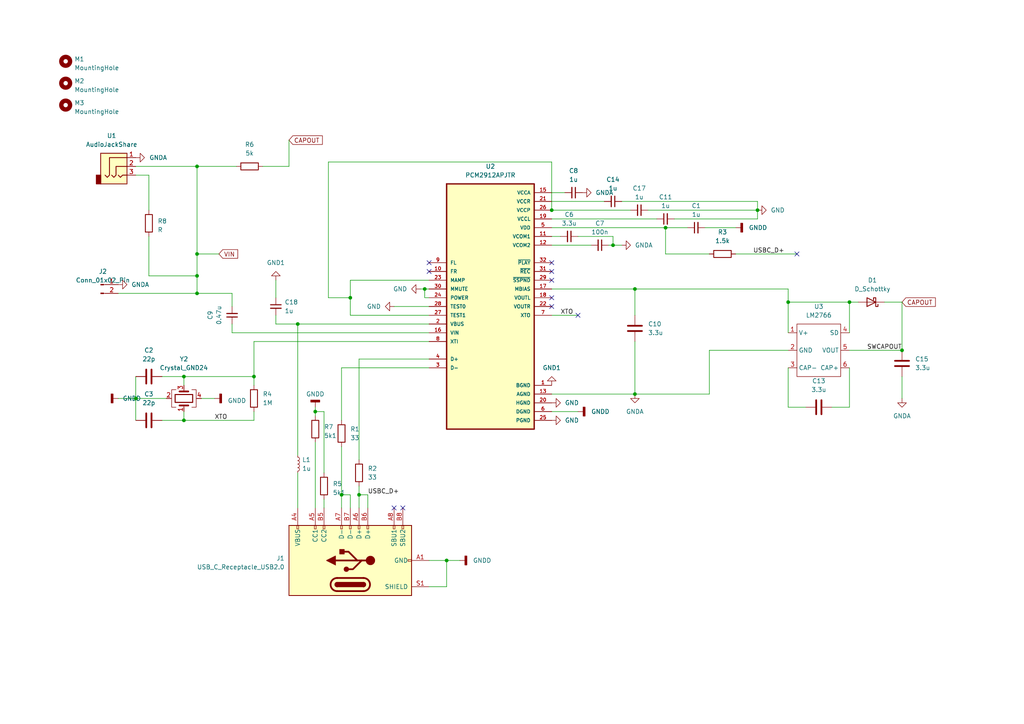
<source format=kicad_sch>
(kicad_sch
	(version 20231120)
	(generator "eeschema")
	(generator_version "8.0")
	(uuid "f8657550-2155-4153-bc91-a44271066cf0")
	(paper "A4")
	(lib_symbols
		(symbol "Connector:Conn_01x02_Pin"
			(pin_names
				(offset 1.016) hide)
			(exclude_from_sim no)
			(in_bom yes)
			(on_board yes)
			(property "Reference" "J"
				(at 0 2.54 0)
				(effects
					(font
						(size 1.27 1.27)
					)
				)
			)
			(property "Value" "Conn_01x02_Pin"
				(at 0 -5.08 0)
				(effects
					(font
						(size 1.27 1.27)
					)
				)
			)
			(property "Footprint" ""
				(at 0 0 0)
				(effects
					(font
						(size 1.27 1.27)
					)
					(hide yes)
				)
			)
			(property "Datasheet" "~"
				(at 0 0 0)
				(effects
					(font
						(size 1.27 1.27)
					)
					(hide yes)
				)
			)
			(property "Description" "Generic connector, single row, 01x02, script generated"
				(at 0 0 0)
				(effects
					(font
						(size 1.27 1.27)
					)
					(hide yes)
				)
			)
			(property "ki_locked" ""
				(at 0 0 0)
				(effects
					(font
						(size 1.27 1.27)
					)
				)
			)
			(property "ki_keywords" "connector"
				(at 0 0 0)
				(effects
					(font
						(size 1.27 1.27)
					)
					(hide yes)
				)
			)
			(property "ki_fp_filters" "Connector*:*_1x??_*"
				(at 0 0 0)
				(effects
					(font
						(size 1.27 1.27)
					)
					(hide yes)
				)
			)
			(symbol "Conn_01x02_Pin_1_1"
				(polyline
					(pts
						(xy 1.27 -2.54) (xy 0.8636 -2.54)
					)
					(stroke
						(width 0.1524)
						(type default)
					)
					(fill
						(type none)
					)
				)
				(polyline
					(pts
						(xy 1.27 0) (xy 0.8636 0)
					)
					(stroke
						(width 0.1524)
						(type default)
					)
					(fill
						(type none)
					)
				)
				(rectangle
					(start 0.8636 -2.413)
					(end 0 -2.667)
					(stroke
						(width 0.1524)
						(type default)
					)
					(fill
						(type outline)
					)
				)
				(rectangle
					(start 0.8636 0.127)
					(end 0 -0.127)
					(stroke
						(width 0.1524)
						(type default)
					)
					(fill
						(type outline)
					)
				)
				(pin passive line
					(at 5.08 0 180)
					(length 3.81)
					(name "Pin_1"
						(effects
							(font
								(size 1.27 1.27)
							)
						)
					)
					(number "1"
						(effects
							(font
								(size 1.27 1.27)
							)
						)
					)
				)
				(pin passive line
					(at 5.08 -2.54 180)
					(length 3.81)
					(name "Pin_2"
						(effects
							(font
								(size 1.27 1.27)
							)
						)
					)
					(number "2"
						(effects
							(font
								(size 1.27 1.27)
							)
						)
					)
				)
			)
		)
		(symbol "Connector:USB_C_Receptacle_USB2.0"
			(pin_names
				(offset 1.016)
			)
			(exclude_from_sim no)
			(in_bom yes)
			(on_board yes)
			(property "Reference" "J"
				(at -10.16 19.05 0)
				(effects
					(font
						(size 1.27 1.27)
					)
					(justify left)
				)
			)
			(property "Value" "USB_C_Receptacle_USB2.0"
				(at 19.05 19.05 0)
				(effects
					(font
						(size 1.27 1.27)
					)
					(justify right)
				)
			)
			(property "Footprint" ""
				(at 3.81 0 0)
				(effects
					(font
						(size 1.27 1.27)
					)
					(hide yes)
				)
			)
			(property "Datasheet" "https://www.usb.org/sites/default/files/documents/usb_type-c.zip"
				(at 3.81 0 0)
				(effects
					(font
						(size 1.27 1.27)
					)
					(hide yes)
				)
			)
			(property "Description" "USB 2.0-only Type-C Receptacle connector"
				(at 0 0 0)
				(effects
					(font
						(size 1.27 1.27)
					)
					(hide yes)
				)
			)
			(property "ki_keywords" "usb universal serial bus type-C USB2.0"
				(at 0 0 0)
				(effects
					(font
						(size 1.27 1.27)
					)
					(hide yes)
				)
			)
			(property "ki_fp_filters" "USB*C*Receptacle*"
				(at 0 0 0)
				(effects
					(font
						(size 1.27 1.27)
					)
					(hide yes)
				)
			)
			(symbol "USB_C_Receptacle_USB2.0_0_0"
				(rectangle
					(start -0.254 -17.78)
					(end 0.254 -16.764)
					(stroke
						(width 0)
						(type default)
					)
					(fill
						(type none)
					)
				)
				(rectangle
					(start 10.16 -14.986)
					(end 9.144 -15.494)
					(stroke
						(width 0)
						(type default)
					)
					(fill
						(type none)
					)
				)
				(rectangle
					(start 10.16 -12.446)
					(end 9.144 -12.954)
					(stroke
						(width 0)
						(type default)
					)
					(fill
						(type none)
					)
				)
				(rectangle
					(start 10.16 -4.826)
					(end 9.144 -5.334)
					(stroke
						(width 0)
						(type default)
					)
					(fill
						(type none)
					)
				)
				(rectangle
					(start 10.16 -2.286)
					(end 9.144 -2.794)
					(stroke
						(width 0)
						(type default)
					)
					(fill
						(type none)
					)
				)
				(rectangle
					(start 10.16 0.254)
					(end 9.144 -0.254)
					(stroke
						(width 0)
						(type default)
					)
					(fill
						(type none)
					)
				)
				(rectangle
					(start 10.16 2.794)
					(end 9.144 2.286)
					(stroke
						(width 0)
						(type default)
					)
					(fill
						(type none)
					)
				)
				(rectangle
					(start 10.16 7.874)
					(end 9.144 7.366)
					(stroke
						(width 0)
						(type default)
					)
					(fill
						(type none)
					)
				)
				(rectangle
					(start 10.16 10.414)
					(end 9.144 9.906)
					(stroke
						(width 0)
						(type default)
					)
					(fill
						(type none)
					)
				)
				(rectangle
					(start 10.16 15.494)
					(end 9.144 14.986)
					(stroke
						(width 0)
						(type default)
					)
					(fill
						(type none)
					)
				)
			)
			(symbol "USB_C_Receptacle_USB2.0_0_1"
				(rectangle
					(start -10.16 17.78)
					(end 10.16 -17.78)
					(stroke
						(width 0.254)
						(type default)
					)
					(fill
						(type background)
					)
				)
				(arc
					(start -8.89 -3.81)
					(mid -6.985 -5.7067)
					(end -5.08 -3.81)
					(stroke
						(width 0.508)
						(type default)
					)
					(fill
						(type none)
					)
				)
				(arc
					(start -7.62 -3.81)
					(mid -6.985 -4.4423)
					(end -6.35 -3.81)
					(stroke
						(width 0.254)
						(type default)
					)
					(fill
						(type none)
					)
				)
				(arc
					(start -7.62 -3.81)
					(mid -6.985 -4.4423)
					(end -6.35 -3.81)
					(stroke
						(width 0.254)
						(type default)
					)
					(fill
						(type outline)
					)
				)
				(rectangle
					(start -7.62 -3.81)
					(end -6.35 3.81)
					(stroke
						(width 0.254)
						(type default)
					)
					(fill
						(type outline)
					)
				)
				(arc
					(start -6.35 3.81)
					(mid -6.985 4.4423)
					(end -7.62 3.81)
					(stroke
						(width 0.254)
						(type default)
					)
					(fill
						(type none)
					)
				)
				(arc
					(start -6.35 3.81)
					(mid -6.985 4.4423)
					(end -7.62 3.81)
					(stroke
						(width 0.254)
						(type default)
					)
					(fill
						(type outline)
					)
				)
				(arc
					(start -5.08 3.81)
					(mid -6.985 5.7067)
					(end -8.89 3.81)
					(stroke
						(width 0.508)
						(type default)
					)
					(fill
						(type none)
					)
				)
				(circle
					(center -2.54 1.143)
					(radius 0.635)
					(stroke
						(width 0.254)
						(type default)
					)
					(fill
						(type outline)
					)
				)
				(circle
					(center 0 -5.842)
					(radius 1.27)
					(stroke
						(width 0)
						(type default)
					)
					(fill
						(type outline)
					)
				)
				(polyline
					(pts
						(xy -8.89 -3.81) (xy -8.89 3.81)
					)
					(stroke
						(width 0.508)
						(type default)
					)
					(fill
						(type none)
					)
				)
				(polyline
					(pts
						(xy -5.08 3.81) (xy -5.08 -3.81)
					)
					(stroke
						(width 0.508)
						(type default)
					)
					(fill
						(type none)
					)
				)
				(polyline
					(pts
						(xy 0 -5.842) (xy 0 4.318)
					)
					(stroke
						(width 0.508)
						(type default)
					)
					(fill
						(type none)
					)
				)
				(polyline
					(pts
						(xy 0 -3.302) (xy -2.54 -0.762) (xy -2.54 0.508)
					)
					(stroke
						(width 0.508)
						(type default)
					)
					(fill
						(type none)
					)
				)
				(polyline
					(pts
						(xy 0 -2.032) (xy 2.54 0.508) (xy 2.54 1.778)
					)
					(stroke
						(width 0.508)
						(type default)
					)
					(fill
						(type none)
					)
				)
				(polyline
					(pts
						(xy -1.27 4.318) (xy 0 6.858) (xy 1.27 4.318) (xy -1.27 4.318)
					)
					(stroke
						(width 0.254)
						(type default)
					)
					(fill
						(type outline)
					)
				)
				(rectangle
					(start 1.905 1.778)
					(end 3.175 3.048)
					(stroke
						(width 0.254)
						(type default)
					)
					(fill
						(type outline)
					)
				)
			)
			(symbol "USB_C_Receptacle_USB2.0_1_1"
				(pin passive line
					(at 0 -22.86 90)
					(length 5.08)
					(name "GND"
						(effects
							(font
								(size 1.27 1.27)
							)
						)
					)
					(number "A1"
						(effects
							(font
								(size 1.27 1.27)
							)
						)
					)
				)
				(pin passive line
					(at 0 -22.86 90)
					(length 5.08) hide
					(name "GND"
						(effects
							(font
								(size 1.27 1.27)
							)
						)
					)
					(number "A12"
						(effects
							(font
								(size 1.27 1.27)
							)
						)
					)
				)
				(pin passive line
					(at 15.24 15.24 180)
					(length 5.08)
					(name "VBUS"
						(effects
							(font
								(size 1.27 1.27)
							)
						)
					)
					(number "A4"
						(effects
							(font
								(size 1.27 1.27)
							)
						)
					)
				)
				(pin bidirectional line
					(at 15.24 10.16 180)
					(length 5.08)
					(name "CC1"
						(effects
							(font
								(size 1.27 1.27)
							)
						)
					)
					(number "A5"
						(effects
							(font
								(size 1.27 1.27)
							)
						)
					)
				)
				(pin bidirectional line
					(at 15.24 -2.54 180)
					(length 5.08)
					(name "D+"
						(effects
							(font
								(size 1.27 1.27)
							)
						)
					)
					(number "A6"
						(effects
							(font
								(size 1.27 1.27)
							)
						)
					)
				)
				(pin bidirectional line
					(at 15.24 2.54 180)
					(length 5.08)
					(name "D-"
						(effects
							(font
								(size 1.27 1.27)
							)
						)
					)
					(number "A7"
						(effects
							(font
								(size 1.27 1.27)
							)
						)
					)
				)
				(pin bidirectional line
					(at 15.24 -12.7 180)
					(length 5.08)
					(name "SBU1"
						(effects
							(font
								(size 1.27 1.27)
							)
						)
					)
					(number "A8"
						(effects
							(font
								(size 1.27 1.27)
							)
						)
					)
				)
				(pin passive line
					(at 15.24 15.24 180)
					(length 5.08) hide
					(name "VBUS"
						(effects
							(font
								(size 1.27 1.27)
							)
						)
					)
					(number "A9"
						(effects
							(font
								(size 1.27 1.27)
							)
						)
					)
				)
				(pin passive line
					(at 0 -22.86 90)
					(length 5.08) hide
					(name "GND"
						(effects
							(font
								(size 1.27 1.27)
							)
						)
					)
					(number "B1"
						(effects
							(font
								(size 1.27 1.27)
							)
						)
					)
				)
				(pin passive line
					(at 0 -22.86 90)
					(length 5.08) hide
					(name "GND"
						(effects
							(font
								(size 1.27 1.27)
							)
						)
					)
					(number "B12"
						(effects
							(font
								(size 1.27 1.27)
							)
						)
					)
				)
				(pin passive line
					(at 15.24 15.24 180)
					(length 5.08) hide
					(name "VBUS"
						(effects
							(font
								(size 1.27 1.27)
							)
						)
					)
					(number "B4"
						(effects
							(font
								(size 1.27 1.27)
							)
						)
					)
				)
				(pin bidirectional line
					(at 15.24 7.62 180)
					(length 5.08)
					(name "CC2"
						(effects
							(font
								(size 1.27 1.27)
							)
						)
					)
					(number "B5"
						(effects
							(font
								(size 1.27 1.27)
							)
						)
					)
				)
				(pin bidirectional line
					(at 15.24 -5.08 180)
					(length 5.08)
					(name "D+"
						(effects
							(font
								(size 1.27 1.27)
							)
						)
					)
					(number "B6"
						(effects
							(font
								(size 1.27 1.27)
							)
						)
					)
				)
				(pin bidirectional line
					(at 15.24 0 180)
					(length 5.08)
					(name "D-"
						(effects
							(font
								(size 1.27 1.27)
							)
						)
					)
					(number "B7"
						(effects
							(font
								(size 1.27 1.27)
							)
						)
					)
				)
				(pin bidirectional line
					(at 15.24 -15.24 180)
					(length 5.08)
					(name "SBU2"
						(effects
							(font
								(size 1.27 1.27)
							)
						)
					)
					(number "B8"
						(effects
							(font
								(size 1.27 1.27)
							)
						)
					)
				)
				(pin passive line
					(at 15.24 15.24 180)
					(length 5.08) hide
					(name "VBUS"
						(effects
							(font
								(size 1.27 1.27)
							)
						)
					)
					(number "B9"
						(effects
							(font
								(size 1.27 1.27)
							)
						)
					)
				)
				(pin passive line
					(at -7.62 -22.86 90)
					(length 5.08)
					(name "SHIELD"
						(effects
							(font
								(size 1.27 1.27)
							)
						)
					)
					(number "S1"
						(effects
							(font
								(size 1.27 1.27)
							)
						)
					)
				)
			)
		)
		(symbol "Device:C"
			(pin_numbers hide)
			(pin_names
				(offset 0.254)
			)
			(exclude_from_sim no)
			(in_bom yes)
			(on_board yes)
			(property "Reference" "C"
				(at 0.635 2.54 0)
				(effects
					(font
						(size 1.27 1.27)
					)
					(justify left)
				)
			)
			(property "Value" "C"
				(at 0.635 -2.54 0)
				(effects
					(font
						(size 1.27 1.27)
					)
					(justify left)
				)
			)
			(property "Footprint" ""
				(at 0.9652 -3.81 0)
				(effects
					(font
						(size 1.27 1.27)
					)
					(hide yes)
				)
			)
			(property "Datasheet" "~"
				(at 0 0 0)
				(effects
					(font
						(size 1.27 1.27)
					)
					(hide yes)
				)
			)
			(property "Description" "Unpolarized capacitor"
				(at 0 0 0)
				(effects
					(font
						(size 1.27 1.27)
					)
					(hide yes)
				)
			)
			(property "ki_keywords" "cap capacitor"
				(at 0 0 0)
				(effects
					(font
						(size 1.27 1.27)
					)
					(hide yes)
				)
			)
			(property "ki_fp_filters" "C_*"
				(at 0 0 0)
				(effects
					(font
						(size 1.27 1.27)
					)
					(hide yes)
				)
			)
			(symbol "C_0_1"
				(polyline
					(pts
						(xy -2.032 -0.762) (xy 2.032 -0.762)
					)
					(stroke
						(width 0.508)
						(type default)
					)
					(fill
						(type none)
					)
				)
				(polyline
					(pts
						(xy -2.032 0.762) (xy 2.032 0.762)
					)
					(stroke
						(width 0.508)
						(type default)
					)
					(fill
						(type none)
					)
				)
			)
			(symbol "C_1_1"
				(pin passive line
					(at 0 3.81 270)
					(length 2.794)
					(name "~"
						(effects
							(font
								(size 1.27 1.27)
							)
						)
					)
					(number "1"
						(effects
							(font
								(size 1.27 1.27)
							)
						)
					)
				)
				(pin passive line
					(at 0 -3.81 90)
					(length 2.794)
					(name "~"
						(effects
							(font
								(size 1.27 1.27)
							)
						)
					)
					(number "2"
						(effects
							(font
								(size 1.27 1.27)
							)
						)
					)
				)
			)
		)
		(symbol "Device:C_Small"
			(pin_numbers hide)
			(pin_names
				(offset 0.254) hide)
			(exclude_from_sim no)
			(in_bom yes)
			(on_board yes)
			(property "Reference" "C"
				(at 0.254 1.778 0)
				(effects
					(font
						(size 1.27 1.27)
					)
					(justify left)
				)
			)
			(property "Value" "C_Small"
				(at 0.254 -2.032 0)
				(effects
					(font
						(size 1.27 1.27)
					)
					(justify left)
				)
			)
			(property "Footprint" ""
				(at 0 0 0)
				(effects
					(font
						(size 1.27 1.27)
					)
					(hide yes)
				)
			)
			(property "Datasheet" "~"
				(at 0 0 0)
				(effects
					(font
						(size 1.27 1.27)
					)
					(hide yes)
				)
			)
			(property "Description" "Unpolarized capacitor, small symbol"
				(at 0 0 0)
				(effects
					(font
						(size 1.27 1.27)
					)
					(hide yes)
				)
			)
			(property "ki_keywords" "capacitor cap"
				(at 0 0 0)
				(effects
					(font
						(size 1.27 1.27)
					)
					(hide yes)
				)
			)
			(property "ki_fp_filters" "C_*"
				(at 0 0 0)
				(effects
					(font
						(size 1.27 1.27)
					)
					(hide yes)
				)
			)
			(symbol "C_Small_0_1"
				(polyline
					(pts
						(xy -1.524 -0.508) (xy 1.524 -0.508)
					)
					(stroke
						(width 0.3302)
						(type default)
					)
					(fill
						(type none)
					)
				)
				(polyline
					(pts
						(xy -1.524 0.508) (xy 1.524 0.508)
					)
					(stroke
						(width 0.3048)
						(type default)
					)
					(fill
						(type none)
					)
				)
			)
			(symbol "C_Small_1_1"
				(pin passive line
					(at 0 2.54 270)
					(length 2.032)
					(name "~"
						(effects
							(font
								(size 1.27 1.27)
							)
						)
					)
					(number "1"
						(effects
							(font
								(size 1.27 1.27)
							)
						)
					)
				)
				(pin passive line
					(at 0 -2.54 90)
					(length 2.032)
					(name "~"
						(effects
							(font
								(size 1.27 1.27)
							)
						)
					)
					(number "2"
						(effects
							(font
								(size 1.27 1.27)
							)
						)
					)
				)
			)
		)
		(symbol "Device:Crystal_GND24"
			(pin_names
				(offset 1.016) hide)
			(exclude_from_sim no)
			(in_bom yes)
			(on_board yes)
			(property "Reference" "Y"
				(at 3.175 5.08 0)
				(effects
					(font
						(size 1.27 1.27)
					)
					(justify left)
				)
			)
			(property "Value" "Crystal_GND24"
				(at 3.175 3.175 0)
				(effects
					(font
						(size 1.27 1.27)
					)
					(justify left)
				)
			)
			(property "Footprint" ""
				(at 0 0 0)
				(effects
					(font
						(size 1.27 1.27)
					)
					(hide yes)
				)
			)
			(property "Datasheet" "~"
				(at 0 0 0)
				(effects
					(font
						(size 1.27 1.27)
					)
					(hide yes)
				)
			)
			(property "Description" "Four pin crystal, GND on pins 2 and 4"
				(at 0 0 0)
				(effects
					(font
						(size 1.27 1.27)
					)
					(hide yes)
				)
			)
			(property "ki_keywords" "quartz ceramic resonator oscillator"
				(at 0 0 0)
				(effects
					(font
						(size 1.27 1.27)
					)
					(hide yes)
				)
			)
			(property "ki_fp_filters" "Crystal*"
				(at 0 0 0)
				(effects
					(font
						(size 1.27 1.27)
					)
					(hide yes)
				)
			)
			(symbol "Crystal_GND24_0_1"
				(rectangle
					(start -1.143 2.54)
					(end 1.143 -2.54)
					(stroke
						(width 0.3048)
						(type default)
					)
					(fill
						(type none)
					)
				)
				(polyline
					(pts
						(xy -2.54 0) (xy -2.032 0)
					)
					(stroke
						(width 0)
						(type default)
					)
					(fill
						(type none)
					)
				)
				(polyline
					(pts
						(xy -2.032 -1.27) (xy -2.032 1.27)
					)
					(stroke
						(width 0.508)
						(type default)
					)
					(fill
						(type none)
					)
				)
				(polyline
					(pts
						(xy 0 -3.81) (xy 0 -3.556)
					)
					(stroke
						(width 0)
						(type default)
					)
					(fill
						(type none)
					)
				)
				(polyline
					(pts
						(xy 0 3.556) (xy 0 3.81)
					)
					(stroke
						(width 0)
						(type default)
					)
					(fill
						(type none)
					)
				)
				(polyline
					(pts
						(xy 2.032 -1.27) (xy 2.032 1.27)
					)
					(stroke
						(width 0.508)
						(type default)
					)
					(fill
						(type none)
					)
				)
				(polyline
					(pts
						(xy 2.032 0) (xy 2.54 0)
					)
					(stroke
						(width 0)
						(type default)
					)
					(fill
						(type none)
					)
				)
				(polyline
					(pts
						(xy -2.54 -2.286) (xy -2.54 -3.556) (xy 2.54 -3.556) (xy 2.54 -2.286)
					)
					(stroke
						(width 0)
						(type default)
					)
					(fill
						(type none)
					)
				)
				(polyline
					(pts
						(xy -2.54 2.286) (xy -2.54 3.556) (xy 2.54 3.556) (xy 2.54 2.286)
					)
					(stroke
						(width 0)
						(type default)
					)
					(fill
						(type none)
					)
				)
			)
			(symbol "Crystal_GND24_1_1"
				(pin passive line
					(at -3.81 0 0)
					(length 1.27)
					(name "1"
						(effects
							(font
								(size 1.27 1.27)
							)
						)
					)
					(number "1"
						(effects
							(font
								(size 1.27 1.27)
							)
						)
					)
				)
				(pin passive line
					(at 0 5.08 270)
					(length 1.27)
					(name "2"
						(effects
							(font
								(size 1.27 1.27)
							)
						)
					)
					(number "2"
						(effects
							(font
								(size 1.27 1.27)
							)
						)
					)
				)
				(pin passive line
					(at 3.81 0 180)
					(length 1.27)
					(name "3"
						(effects
							(font
								(size 1.27 1.27)
							)
						)
					)
					(number "3"
						(effects
							(font
								(size 1.27 1.27)
							)
						)
					)
				)
				(pin passive line
					(at 0 -5.08 90)
					(length 1.27)
					(name "4"
						(effects
							(font
								(size 1.27 1.27)
							)
						)
					)
					(number "4"
						(effects
							(font
								(size 1.27 1.27)
							)
						)
					)
				)
			)
		)
		(symbol "Device:D_Schottky"
			(pin_numbers hide)
			(pin_names
				(offset 1.016) hide)
			(exclude_from_sim no)
			(in_bom yes)
			(on_board yes)
			(property "Reference" "D"
				(at 0 2.54 0)
				(effects
					(font
						(size 1.27 1.27)
					)
				)
			)
			(property "Value" "D_Schottky"
				(at 0 -2.54 0)
				(effects
					(font
						(size 1.27 1.27)
					)
				)
			)
			(property "Footprint" ""
				(at 0 0 0)
				(effects
					(font
						(size 1.27 1.27)
					)
					(hide yes)
				)
			)
			(property "Datasheet" "~"
				(at 0 0 0)
				(effects
					(font
						(size 1.27 1.27)
					)
					(hide yes)
				)
			)
			(property "Description" "Schottky diode"
				(at 0 0 0)
				(effects
					(font
						(size 1.27 1.27)
					)
					(hide yes)
				)
			)
			(property "ki_keywords" "diode Schottky"
				(at 0 0 0)
				(effects
					(font
						(size 1.27 1.27)
					)
					(hide yes)
				)
			)
			(property "ki_fp_filters" "TO-???* *_Diode_* *SingleDiode* D_*"
				(at 0 0 0)
				(effects
					(font
						(size 1.27 1.27)
					)
					(hide yes)
				)
			)
			(symbol "D_Schottky_0_1"
				(polyline
					(pts
						(xy 1.27 0) (xy -1.27 0)
					)
					(stroke
						(width 0)
						(type default)
					)
					(fill
						(type none)
					)
				)
				(polyline
					(pts
						(xy 1.27 1.27) (xy 1.27 -1.27) (xy -1.27 0) (xy 1.27 1.27)
					)
					(stroke
						(width 0.254)
						(type default)
					)
					(fill
						(type none)
					)
				)
				(polyline
					(pts
						(xy -1.905 0.635) (xy -1.905 1.27) (xy -1.27 1.27) (xy -1.27 -1.27) (xy -0.635 -1.27) (xy -0.635 -0.635)
					)
					(stroke
						(width 0.254)
						(type default)
					)
					(fill
						(type none)
					)
				)
			)
			(symbol "D_Schottky_1_1"
				(pin passive line
					(at -3.81 0 0)
					(length 2.54)
					(name "K"
						(effects
							(font
								(size 1.27 1.27)
							)
						)
					)
					(number "1"
						(effects
							(font
								(size 1.27 1.27)
							)
						)
					)
				)
				(pin passive line
					(at 3.81 0 180)
					(length 2.54)
					(name "A"
						(effects
							(font
								(size 1.27 1.27)
							)
						)
					)
					(number "2"
						(effects
							(font
								(size 1.27 1.27)
							)
						)
					)
				)
			)
		)
		(symbol "Device:L_Small"
			(pin_numbers hide)
			(pin_names
				(offset 0.254) hide)
			(exclude_from_sim no)
			(in_bom yes)
			(on_board yes)
			(property "Reference" "L"
				(at 0.762 1.016 0)
				(effects
					(font
						(size 1.27 1.27)
					)
					(justify left)
				)
			)
			(property "Value" "L_Small"
				(at 0.762 -1.016 0)
				(effects
					(font
						(size 1.27 1.27)
					)
					(justify left)
				)
			)
			(property "Footprint" ""
				(at 0 0 0)
				(effects
					(font
						(size 1.27 1.27)
					)
					(hide yes)
				)
			)
			(property "Datasheet" "~"
				(at 0 0 0)
				(effects
					(font
						(size 1.27 1.27)
					)
					(hide yes)
				)
			)
			(property "Description" "Inductor, small symbol"
				(at 0 0 0)
				(effects
					(font
						(size 1.27 1.27)
					)
					(hide yes)
				)
			)
			(property "ki_keywords" "inductor choke coil reactor magnetic"
				(at 0 0 0)
				(effects
					(font
						(size 1.27 1.27)
					)
					(hide yes)
				)
			)
			(property "ki_fp_filters" "Choke_* *Coil* Inductor_* L_*"
				(at 0 0 0)
				(effects
					(font
						(size 1.27 1.27)
					)
					(hide yes)
				)
			)
			(symbol "L_Small_0_1"
				(arc
					(start 0 -2.032)
					(mid 0.5058 -1.524)
					(end 0 -1.016)
					(stroke
						(width 0)
						(type default)
					)
					(fill
						(type none)
					)
				)
				(arc
					(start 0 -1.016)
					(mid 0.5058 -0.508)
					(end 0 0)
					(stroke
						(width 0)
						(type default)
					)
					(fill
						(type none)
					)
				)
				(arc
					(start 0 0)
					(mid 0.5058 0.508)
					(end 0 1.016)
					(stroke
						(width 0)
						(type default)
					)
					(fill
						(type none)
					)
				)
				(arc
					(start 0 1.016)
					(mid 0.5058 1.524)
					(end 0 2.032)
					(stroke
						(width 0)
						(type default)
					)
					(fill
						(type none)
					)
				)
			)
			(symbol "L_Small_1_1"
				(pin passive line
					(at 0 2.54 270)
					(length 0.508)
					(name "~"
						(effects
							(font
								(size 1.27 1.27)
							)
						)
					)
					(number "1"
						(effects
							(font
								(size 1.27 1.27)
							)
						)
					)
				)
				(pin passive line
					(at 0 -2.54 90)
					(length 0.508)
					(name "~"
						(effects
							(font
								(size 1.27 1.27)
							)
						)
					)
					(number "2"
						(effects
							(font
								(size 1.27 1.27)
							)
						)
					)
				)
			)
		)
		(symbol "Device:R"
			(pin_numbers hide)
			(pin_names
				(offset 0)
			)
			(exclude_from_sim no)
			(in_bom yes)
			(on_board yes)
			(property "Reference" "R"
				(at 2.032 0 90)
				(effects
					(font
						(size 1.27 1.27)
					)
				)
			)
			(property "Value" "R"
				(at 0 0 90)
				(effects
					(font
						(size 1.27 1.27)
					)
				)
			)
			(property "Footprint" ""
				(at -1.778 0 90)
				(effects
					(font
						(size 1.27 1.27)
					)
					(hide yes)
				)
			)
			(property "Datasheet" "~"
				(at 0 0 0)
				(effects
					(font
						(size 1.27 1.27)
					)
					(hide yes)
				)
			)
			(property "Description" "Resistor"
				(at 0 0 0)
				(effects
					(font
						(size 1.27 1.27)
					)
					(hide yes)
				)
			)
			(property "ki_keywords" "R res resistor"
				(at 0 0 0)
				(effects
					(font
						(size 1.27 1.27)
					)
					(hide yes)
				)
			)
			(property "ki_fp_filters" "R_*"
				(at 0 0 0)
				(effects
					(font
						(size 1.27 1.27)
					)
					(hide yes)
				)
			)
			(symbol "R_0_1"
				(rectangle
					(start -1.016 -2.54)
					(end 1.016 2.54)
					(stroke
						(width 0.254)
						(type default)
					)
					(fill
						(type none)
					)
				)
			)
			(symbol "R_1_1"
				(pin passive line
					(at 0 3.81 270)
					(length 1.27)
					(name "~"
						(effects
							(font
								(size 1.27 1.27)
							)
						)
					)
					(number "1"
						(effects
							(font
								(size 1.27 1.27)
							)
						)
					)
				)
				(pin passive line
					(at 0 -3.81 90)
					(length 1.27)
					(name "~"
						(effects
							(font
								(size 1.27 1.27)
							)
						)
					)
					(number "2"
						(effects
							(font
								(size 1.27 1.27)
							)
						)
					)
				)
			)
		)
		(symbol "Mechanical:MountingHole"
			(pin_names
				(offset 1.016)
			)
			(exclude_from_sim no)
			(in_bom yes)
			(on_board yes)
			(property "Reference" "H"
				(at 0 5.08 0)
				(effects
					(font
						(size 1.27 1.27)
					)
				)
			)
			(property "Value" "MountingHole"
				(at 0 3.175 0)
				(effects
					(font
						(size 1.27 1.27)
					)
				)
			)
			(property "Footprint" ""
				(at 0 0 0)
				(effects
					(font
						(size 1.27 1.27)
					)
					(hide yes)
				)
			)
			(property "Datasheet" "~"
				(at 0 0 0)
				(effects
					(font
						(size 1.27 1.27)
					)
					(hide yes)
				)
			)
			(property "Description" "Mounting Hole without connection"
				(at 0 0 0)
				(effects
					(font
						(size 1.27 1.27)
					)
					(hide yes)
				)
			)
			(property "ki_keywords" "mounting hole"
				(at 0 0 0)
				(effects
					(font
						(size 1.27 1.27)
					)
					(hide yes)
				)
			)
			(property "ki_fp_filters" "MountingHole*"
				(at 0 0 0)
				(effects
					(font
						(size 1.27 1.27)
					)
					(hide yes)
				)
			)
			(symbol "MountingHole_0_1"
				(circle
					(center 0 0)
					(radius 1.27)
					(stroke
						(width 1.27)
						(type default)
					)
					(fill
						(type none)
					)
				)
			)
		)
		(symbol "power:GND"
			(power)
			(pin_names
				(offset 0)
			)
			(exclude_from_sim no)
			(in_bom yes)
			(on_board yes)
			(property "Reference" "#PWR"
				(at 0 -6.35 0)
				(effects
					(font
						(size 1.27 1.27)
					)
					(hide yes)
				)
			)
			(property "Value" "GND"
				(at 0 -3.81 0)
				(effects
					(font
						(size 1.27 1.27)
					)
				)
			)
			(property "Footprint" ""
				(at 0 0 0)
				(effects
					(font
						(size 1.27 1.27)
					)
					(hide yes)
				)
			)
			(property "Datasheet" ""
				(at 0 0 0)
				(effects
					(font
						(size 1.27 1.27)
					)
					(hide yes)
				)
			)
			(property "Description" "Power symbol creates a global label with name \"GND\" , ground"
				(at 0 0 0)
				(effects
					(font
						(size 1.27 1.27)
					)
					(hide yes)
				)
			)
			(property "ki_keywords" "power-flag"
				(at 0 0 0)
				(effects
					(font
						(size 1.27 1.27)
					)
					(hide yes)
				)
			)
			(symbol "GND_0_1"
				(polyline
					(pts
						(xy 0 0) (xy 0 -1.27) (xy 1.27 -1.27) (xy 0 -2.54) (xy -1.27 -1.27) (xy 0 -1.27)
					)
					(stroke
						(width 0)
						(type default)
					)
					(fill
						(type none)
					)
				)
			)
			(symbol "GND_1_1"
				(pin power_in line
					(at 0 0 270)
					(length 0) hide
					(name "GND"
						(effects
							(font
								(size 1.27 1.27)
							)
						)
					)
					(number "1"
						(effects
							(font
								(size 1.27 1.27)
							)
						)
					)
				)
			)
		)
		(symbol "power:GND1"
			(power)
			(pin_names
				(offset 0)
			)
			(exclude_from_sim no)
			(in_bom yes)
			(on_board yes)
			(property "Reference" "#PWR"
				(at 0 -6.35 0)
				(effects
					(font
						(size 1.27 1.27)
					)
					(hide yes)
				)
			)
			(property "Value" "GND1"
				(at 0 -3.81 0)
				(effects
					(font
						(size 1.27 1.27)
					)
				)
			)
			(property "Footprint" ""
				(at 0 0 0)
				(effects
					(font
						(size 1.27 1.27)
					)
					(hide yes)
				)
			)
			(property "Datasheet" ""
				(at 0 0 0)
				(effects
					(font
						(size 1.27 1.27)
					)
					(hide yes)
				)
			)
			(property "Description" "Power symbol creates a global label with name \"GND1\" , ground"
				(at 0 0 0)
				(effects
					(font
						(size 1.27 1.27)
					)
					(hide yes)
				)
			)
			(property "ki_keywords" "power-flag"
				(at 0 0 0)
				(effects
					(font
						(size 1.27 1.27)
					)
					(hide yes)
				)
			)
			(symbol "GND1_0_1"
				(polyline
					(pts
						(xy 0 0) (xy 0 -1.27) (xy 1.27 -1.27) (xy 0 -2.54) (xy -1.27 -1.27) (xy 0 -1.27)
					)
					(stroke
						(width 0)
						(type default)
					)
					(fill
						(type none)
					)
				)
			)
			(symbol "GND1_1_1"
				(pin power_in line
					(at 0 0 270)
					(length 0) hide
					(name "GND1"
						(effects
							(font
								(size 1.27 1.27)
							)
						)
					)
					(number "1"
						(effects
							(font
								(size 1.27 1.27)
							)
						)
					)
				)
			)
		)
		(symbol "power:GNDA"
			(power)
			(pin_names
				(offset 0)
			)
			(exclude_from_sim no)
			(in_bom yes)
			(on_board yes)
			(property "Reference" "#PWR"
				(at 0 -6.35 0)
				(effects
					(font
						(size 1.27 1.27)
					)
					(hide yes)
				)
			)
			(property "Value" "GNDA"
				(at 0 -3.81 0)
				(effects
					(font
						(size 1.27 1.27)
					)
				)
			)
			(property "Footprint" ""
				(at 0 0 0)
				(effects
					(font
						(size 1.27 1.27)
					)
					(hide yes)
				)
			)
			(property "Datasheet" ""
				(at 0 0 0)
				(effects
					(font
						(size 1.27 1.27)
					)
					(hide yes)
				)
			)
			(property "Description" "Power symbol creates a global label with name \"GNDA\" , analog ground"
				(at 0 0 0)
				(effects
					(font
						(size 1.27 1.27)
					)
					(hide yes)
				)
			)
			(property "ki_keywords" "power-flag"
				(at 0 0 0)
				(effects
					(font
						(size 1.27 1.27)
					)
					(hide yes)
				)
			)
			(symbol "GNDA_0_1"
				(polyline
					(pts
						(xy 0 0) (xy 0 -1.27) (xy 1.27 -1.27) (xy 0 -2.54) (xy -1.27 -1.27) (xy 0 -1.27)
					)
					(stroke
						(width 0)
						(type default)
					)
					(fill
						(type none)
					)
				)
			)
			(symbol "GNDA_1_1"
				(pin power_in line
					(at 0 0 270)
					(length 0) hide
					(name "GNDA"
						(effects
							(font
								(size 1.27 1.27)
							)
						)
					)
					(number "1"
						(effects
							(font
								(size 1.27 1.27)
							)
						)
					)
				)
			)
		)
		(symbol "power:GNDD"
			(power)
			(pin_names
				(offset 0)
			)
			(exclude_from_sim no)
			(in_bom yes)
			(on_board yes)
			(property "Reference" "#PWR"
				(at 0 -6.35 0)
				(effects
					(font
						(size 1.27 1.27)
					)
					(hide yes)
				)
			)
			(property "Value" "GNDD"
				(at 0 -3.175 0)
				(effects
					(font
						(size 1.27 1.27)
					)
				)
			)
			(property "Footprint" ""
				(at 0 0 0)
				(effects
					(font
						(size 1.27 1.27)
					)
					(hide yes)
				)
			)
			(property "Datasheet" ""
				(at 0 0 0)
				(effects
					(font
						(size 1.27 1.27)
					)
					(hide yes)
				)
			)
			(property "Description" "Power symbol creates a global label with name \"GNDD\" , digital ground"
				(at 0 0 0)
				(effects
					(font
						(size 1.27 1.27)
					)
					(hide yes)
				)
			)
			(property "ki_keywords" "power-flag"
				(at 0 0 0)
				(effects
					(font
						(size 1.27 1.27)
					)
					(hide yes)
				)
			)
			(symbol "GNDD_0_1"
				(rectangle
					(start -1.27 -1.524)
					(end 1.27 -2.032)
					(stroke
						(width 0.254)
						(type default)
					)
					(fill
						(type outline)
					)
				)
				(polyline
					(pts
						(xy 0 0) (xy 0 -1.524)
					)
					(stroke
						(width 0)
						(type default)
					)
					(fill
						(type none)
					)
				)
			)
			(symbol "GNDD_1_1"
				(pin power_in line
					(at 0 0 270)
					(length 0) hide
					(name "GNDD"
						(effects
							(font
								(size 1.27 1.27)
							)
						)
					)
					(number "1"
						(effects
							(font
								(size 1.27 1.27)
							)
						)
					)
				)
			)
		)
		(symbol "zvukovka:AudioJackShare"
			(exclude_from_sim no)
			(in_bom yes)
			(on_board yes)
			(property "Reference" "U"
				(at 0 -5.08 0)
				(effects
					(font
						(size 1.27 1.27)
					)
				)
			)
			(property "Value" "AudioJackShare"
				(at 0 -6.35 0)
				(effects
					(font
						(size 1.27 1.27)
					)
				)
			)
			(property "Footprint" "shareLib:K3612A"
				(at 0 -8.89 0)
				(effects
					(font
						(size 1.27 1.27)
					)
					(hide yes)
				)
			)
			(property "Datasheet" ""
				(at 0 -6.35 0)
				(effects
					(font
						(size 1.27 1.27)
					)
					(hide yes)
				)
			)
			(property "Description" ""
				(at 0 0 0)
				(effects
					(font
						(size 1.27 1.27)
					)
					(hide yes)
				)
			)
			(symbol "AudioJackShare_0_1"
				(rectangle
					(start -3.81 -3.81)
					(end -5.08 -1.27)
					(stroke
						(width 0.254)
						(type default)
					)
					(fill
						(type outline)
					)
				)
				(polyline
					(pts
						(xy 1.27 -1.27) (xy 1.905 -1.905) (xy 2.54 -1.27) (xy 3.81 -1.27)
					)
					(stroke
						(width 0.254)
						(type default)
					)
					(fill
						(type none)
					)
				)
				(polyline
					(pts
						(xy -0.635 -1.27) (xy 0 -1.905) (xy 0.635 -1.27) (xy 0.635 1.27) (xy 3.81 1.27)
					)
					(stroke
						(width 0.254)
						(type default)
					)
					(fill
						(type none)
					)
				)
				(polyline
					(pts
						(xy 3.81 3.81) (xy -1.27 3.81) (xy -1.27 -1.27) (xy -1.905 -1.905) (xy -2.54 -1.27)
					)
					(stroke
						(width 0.254)
						(type default)
					)
					(fill
						(type none)
					)
				)
				(rectangle
					(start 3.81 5.08)
					(end -3.81 -3.81)
					(stroke
						(width 0.254)
						(type default)
					)
					(fill
						(type background)
					)
				)
			)
			(symbol "AudioJackShare_1_1"
				(pin passive line
					(at 6.35 3.81 180)
					(length 2.54)
					(name "~"
						(effects
							(font
								(size 1.27 1.27)
							)
						)
					)
					(number "1"
						(effects
							(font
								(size 1.27 1.27)
							)
						)
					)
				)
				(pin passive line
					(at 6.35 1.27 180)
					(length 2.54)
					(name "~"
						(effects
							(font
								(size 1.27 1.27)
							)
						)
					)
					(number "2"
						(effects
							(font
								(size 1.27 1.27)
							)
						)
					)
				)
				(pin passive line
					(at 6.35 -1.27 180)
					(length 2.54)
					(name "~"
						(effects
							(font
								(size 1.27 1.27)
							)
						)
					)
					(number "3"
						(effects
							(font
								(size 1.27 1.27)
							)
						)
					)
				)
			)
		)
		(symbol "zvukovka:LM2766"
			(exclude_from_sim no)
			(in_bom yes)
			(on_board yes)
			(property "Reference" "U"
				(at 0 -1.27 0)
				(effects
					(font
						(size 1.27 1.27)
					)
				)
			)
			(property "Value" "LM2766"
				(at 0 -3.81 0)
				(effects
					(font
						(size 1.27 1.27)
					)
				)
			)
			(property "Footprint" "Package_TO_SOT_SMD:SOT-23-6"
				(at 3.81 -6.35 0)
				(effects
					(font
						(size 1.27 1.27)
					)
					(hide yes)
				)
			)
			(property "Datasheet" "https://www.ti.com/lit/ds/symlink/lm2766.pdf?ts=1679402398256&ref_url=https%253A%252F%252Fwww.ti.com%252Fpower-management%252Fnon-isolated-dc-dc-switching-regulators%252Fcharge-pump-inductorless%252Fproducts.html"
				(at 3.81 -8.89 0)
				(effects
					(font
						(size 1.27 1.27)
					)
					(hide yes)
				)
			)
			(property "Description" ""
				(at 0 0 0)
				(effects
					(font
						(size 1.27 1.27)
					)
					(hide yes)
				)
			)
			(symbol "LM2766_0_1"
				(rectangle
					(start -6.35 15.24)
					(end 6.35 0)
					(stroke
						(width 0)
						(type default)
					)
					(fill
						(type none)
					)
				)
			)
			(symbol "LM2766_1_1"
				(pin input line
					(at -8.89 12.7 0)
					(length 2.54)
					(name "V+"
						(effects
							(font
								(size 1.27 1.27)
							)
						)
					)
					(number "1"
						(effects
							(font
								(size 1.27 1.27)
							)
						)
					)
				)
				(pin input line
					(at -8.89 7.62 0)
					(length 2.54)
					(name "GND"
						(effects
							(font
								(size 1.27 1.27)
							)
						)
					)
					(number "2"
						(effects
							(font
								(size 1.27 1.27)
							)
						)
					)
				)
				(pin input line
					(at -8.89 2.54 0)
					(length 2.54)
					(name "CAP-"
						(effects
							(font
								(size 1.27 1.27)
							)
						)
					)
					(number "3"
						(effects
							(font
								(size 1.27 1.27)
							)
						)
					)
				)
				(pin input line
					(at 8.89 12.7 180)
					(length 2.54)
					(name "SD"
						(effects
							(font
								(size 1.27 1.27)
							)
						)
					)
					(number "4"
						(effects
							(font
								(size 1.27 1.27)
							)
						)
					)
				)
				(pin input line
					(at 8.89 7.62 180)
					(length 2.54)
					(name "VOUT"
						(effects
							(font
								(size 1.27 1.27)
							)
						)
					)
					(number "5"
						(effects
							(font
								(size 1.27 1.27)
							)
						)
					)
				)
				(pin input line
					(at 8.89 2.54 180)
					(length 2.54)
					(name "CAP+"
						(effects
							(font
								(size 1.27 1.27)
							)
						)
					)
					(number "6"
						(effects
							(font
								(size 1.27 1.27)
							)
						)
					)
				)
			)
		)
		(symbol "zvukovka:PCM2912APJTR"
			(pin_names
				(offset 1.016)
			)
			(exclude_from_sim no)
			(in_bom yes)
			(on_board yes)
			(property "Reference" "U"
				(at -12.7 36.56 0)
				(effects
					(font
						(size 1.27 1.27)
					)
					(justify left bottom)
				)
			)
			(property "Value" "PCM2912APJTR"
				(at -12.7 -39.56 0)
				(effects
					(font
						(size 1.27 1.27)
					)
					(justify left bottom)
				)
			)
			(property "Footprint" "Package_QFP:TQFP-32_7x7mm_P0.8mm"
				(at 0 0 0)
				(effects
					(font
						(size 1.27 1.27)
					)
					(justify bottom)
					(hide yes)
				)
			)
			(property "Datasheet" ""
				(at 0 0 0)
				(effects
					(font
						(size 1.27 1.27)
					)
					(hide yes)
				)
			)
			(property "Description" ""
				(at 0 0 0)
				(effects
					(font
						(size 1.27 1.27)
					)
					(hide yes)
				)
			)
			(symbol "PCM2912APJTR_0_0"
				(rectangle
					(start -12.7 -35.56)
					(end 12.7 35.56)
					(stroke
						(width 0.41)
						(type default)
					)
					(fill
						(type background)
					)
				)
				(pin power_in line
					(at 17.78 -22.86 180)
					(length 5.08)
					(name "BGND"
						(effects
							(font
								(size 1.016 1.016)
							)
						)
					)
					(number "1"
						(effects
							(font
								(size 1.016 1.016)
							)
						)
					)
				)
				(pin input line
					(at -17.78 10.16 0)
					(length 5.08)
					(name "FR"
						(effects
							(font
								(size 1.016 1.016)
							)
						)
					)
					(number "10"
						(effects
							(font
								(size 1.016 1.016)
							)
						)
					)
				)
				(pin power_in line
					(at 17.78 20.32 180)
					(length 5.08)
					(name "VCOM1"
						(effects
							(font
								(size 1.016 1.016)
							)
						)
					)
					(number "11"
						(effects
							(font
								(size 1.016 1.016)
							)
						)
					)
				)
				(pin power_in line
					(at 17.78 17.78 180)
					(length 5.08)
					(name "VCOM2"
						(effects
							(font
								(size 1.016 1.016)
							)
						)
					)
					(number "12"
						(effects
							(font
								(size 1.016 1.016)
							)
						)
					)
				)
				(pin power_in line
					(at 17.78 -25.4 180)
					(length 5.08)
					(name "AGND"
						(effects
							(font
								(size 1.016 1.016)
							)
						)
					)
					(number "13"
						(effects
							(font
								(size 1.016 1.016)
							)
						)
					)
				)
				(pin power_in line
					(at 17.78 33.02 180)
					(length 5.08)
					(name "VCCA"
						(effects
							(font
								(size 1.016 1.016)
							)
						)
					)
					(number "15"
						(effects
							(font
								(size 1.016 1.016)
							)
						)
					)
				)
				(pin input line
					(at -17.78 -7.62 0)
					(length 5.08)
					(name "VIN"
						(effects
							(font
								(size 1.016 1.016)
							)
						)
					)
					(number "16"
						(effects
							(font
								(size 1.016 1.016)
							)
						)
					)
				)
				(pin output line
					(at 17.78 5.08 180)
					(length 5.08)
					(name "MBIAS"
						(effects
							(font
								(size 1.016 1.016)
							)
						)
					)
					(number "17"
						(effects
							(font
								(size 1.016 1.016)
							)
						)
					)
				)
				(pin output line
					(at 17.78 2.54 180)
					(length 5.08)
					(name "VOUTL"
						(effects
							(font
								(size 1.016 1.016)
							)
						)
					)
					(number "18"
						(effects
							(font
								(size 1.016 1.016)
							)
						)
					)
				)
				(pin power_in line
					(at 17.78 25.4 180)
					(length 5.08)
					(name "VCCL"
						(effects
							(font
								(size 1.016 1.016)
							)
						)
					)
					(number "19"
						(effects
							(font
								(size 1.016 1.016)
							)
						)
					)
				)
				(pin input line
					(at -17.78 -5.08 0)
					(length 5.08)
					(name "VBUS"
						(effects
							(font
								(size 1.016 1.016)
							)
						)
					)
					(number "2"
						(effects
							(font
								(size 1.016 1.016)
							)
						)
					)
				)
				(pin power_in line
					(at 17.78 -27.94 180)
					(length 5.08)
					(name "HGND"
						(effects
							(font
								(size 1.016 1.016)
							)
						)
					)
					(number "20"
						(effects
							(font
								(size 1.016 1.016)
							)
						)
					)
				)
				(pin power_in line
					(at 17.78 30.48 180)
					(length 5.08)
					(name "VCCR"
						(effects
							(font
								(size 1.016 1.016)
							)
						)
					)
					(number "21"
						(effects
							(font
								(size 1.016 1.016)
							)
						)
					)
				)
				(pin output line
					(at 17.78 0 180)
					(length 5.08)
					(name "VOUTR"
						(effects
							(font
								(size 1.016 1.016)
							)
						)
					)
					(number "22"
						(effects
							(font
								(size 1.016 1.016)
							)
						)
					)
				)
				(pin input line
					(at -17.78 7.62 0)
					(length 5.08)
					(name "MAMP"
						(effects
							(font
								(size 1.016 1.016)
							)
						)
					)
					(number "23"
						(effects
							(font
								(size 1.016 1.016)
							)
						)
					)
				)
				(pin input line
					(at -17.78 2.54 0)
					(length 5.08)
					(name "POWER"
						(effects
							(font
								(size 1.016 1.016)
							)
						)
					)
					(number "24"
						(effects
							(font
								(size 1.016 1.016)
							)
						)
					)
				)
				(pin power_in line
					(at 17.78 -33.02 180)
					(length 5.08)
					(name "PGND"
						(effects
							(font
								(size 1.016 1.016)
							)
						)
					)
					(number "25"
						(effects
							(font
								(size 1.016 1.016)
							)
						)
					)
				)
				(pin power_in line
					(at 17.78 27.94 180)
					(length 5.08)
					(name "VCCP"
						(effects
							(font
								(size 1.016 1.016)
							)
						)
					)
					(number "26"
						(effects
							(font
								(size 1.016 1.016)
							)
						)
					)
				)
				(pin input line
					(at -17.78 -2.54 0)
					(length 5.08)
					(name "TEST1"
						(effects
							(font
								(size 1.016 1.016)
							)
						)
					)
					(number "27"
						(effects
							(font
								(size 1.016 1.016)
							)
						)
					)
				)
				(pin input line
					(at -17.78 0 0)
					(length 5.08)
					(name "TEST0"
						(effects
							(font
								(size 1.016 1.016)
							)
						)
					)
					(number "28"
						(effects
							(font
								(size 1.016 1.016)
							)
						)
					)
				)
				(pin output line
					(at 17.78 7.62 180)
					(length 5.08)
					(name "~{SSPND}"
						(effects
							(font
								(size 1.016 1.016)
							)
						)
					)
					(number "29"
						(effects
							(font
								(size 1.016 1.016)
							)
						)
					)
				)
				(pin bidirectional line
					(at -17.78 -17.78 0)
					(length 5.08)
					(name "D-"
						(effects
							(font
								(size 1.016 1.016)
							)
						)
					)
					(number "3"
						(effects
							(font
								(size 1.016 1.016)
							)
						)
					)
				)
				(pin input line
					(at -17.78 5.08 0)
					(length 5.08)
					(name "MMUTE"
						(effects
							(font
								(size 1.016 1.016)
							)
						)
					)
					(number "30"
						(effects
							(font
								(size 1.016 1.016)
							)
						)
					)
				)
				(pin output line
					(at 17.78 10.16 180)
					(length 5.08)
					(name "~{REC}"
						(effects
							(font
								(size 1.016 1.016)
							)
						)
					)
					(number "31"
						(effects
							(font
								(size 1.016 1.016)
							)
						)
					)
				)
				(pin output line
					(at 17.78 12.7 180)
					(length 5.08)
					(name "~{PLAY}"
						(effects
							(font
								(size 1.016 1.016)
							)
						)
					)
					(number "32"
						(effects
							(font
								(size 1.016 1.016)
							)
						)
					)
				)
				(pin bidirectional line
					(at -17.78 -15.24 0)
					(length 5.08)
					(name "D+"
						(effects
							(font
								(size 1.016 1.016)
							)
						)
					)
					(number "4"
						(effects
							(font
								(size 1.016 1.016)
							)
						)
					)
				)
				(pin power_in line
					(at 17.78 22.86 180)
					(length 5.08)
					(name "VDD"
						(effects
							(font
								(size 1.016 1.016)
							)
						)
					)
					(number "5"
						(effects
							(font
								(size 1.016 1.016)
							)
						)
					)
				)
				(pin power_in line
					(at 17.78 -30.48 180)
					(length 5.08)
					(name "DGND"
						(effects
							(font
								(size 1.016 1.016)
							)
						)
					)
					(number "6"
						(effects
							(font
								(size 1.016 1.016)
							)
						)
					)
				)
				(pin output line
					(at 17.78 -2.54 180)
					(length 5.08)
					(name "XTO"
						(effects
							(font
								(size 1.016 1.016)
							)
						)
					)
					(number "7"
						(effects
							(font
								(size 1.016 1.016)
							)
						)
					)
				)
				(pin input line
					(at -17.78 -10.16 0)
					(length 5.08)
					(name "XTI"
						(effects
							(font
								(size 1.016 1.016)
							)
						)
					)
					(number "8"
						(effects
							(font
								(size 1.016 1.016)
							)
						)
					)
				)
				(pin input line
					(at -17.78 12.7 0)
					(length 5.08)
					(name "FL"
						(effects
							(font
								(size 1.016 1.016)
							)
						)
					)
					(number "9"
						(effects
							(font
								(size 1.016 1.016)
							)
						)
					)
				)
			)
		)
	)
	(junction
		(at 246.38 87.63)
		(diameter 0)
		(color 0 0 0 0)
		(uuid "0ba5028b-4444-4d20-b438-6a75c45730b5")
	)
	(junction
		(at 57.15 73.66)
		(diameter 0)
		(color 0 0 0 0)
		(uuid "1442f255-867a-44ba-b6e4-4811e2922d41")
	)
	(junction
		(at 177.8 71.12)
		(diameter 0)
		(color 0 0 0 0)
		(uuid "195f5d6e-a8d5-40af-b8b6-26302e6665c7")
	)
	(junction
		(at 39.37 115.57)
		(diameter 0)
		(color 0 0 0 0)
		(uuid "1d2f76ab-56db-4e28-bcb9-99a95d3e4dc3")
	)
	(junction
		(at 129.54 162.56)
		(diameter 0)
		(color 0 0 0 0)
		(uuid "1f71f479-1ebf-4139-98c9-41d7e0f091fc")
	)
	(junction
		(at 193.04 66.04)
		(diameter 0)
		(color 0 0 0 0)
		(uuid "398b04a5-ef92-419a-980d-98fb630ec6c5")
	)
	(junction
		(at 53.34 121.92)
		(diameter 0)
		(color 0 0 0 0)
		(uuid "3a18c6c3-dff2-4d13-8a11-5646541322a4")
	)
	(junction
		(at 184.15 83.82)
		(diameter 0)
		(color 0 0 0 0)
		(uuid "41ae63d1-b790-49e8-8a75-931a08465c2e")
	)
	(junction
		(at 219.71 60.96)
		(diameter 0)
		(color 0 0 0 0)
		(uuid "4914f7b5-656e-4c45-8735-9b0e531807e7")
	)
	(junction
		(at 91.44 119.38)
		(diameter 0)
		(color 0 0 0 0)
		(uuid "56b36711-f6f4-4d31-9169-35c649acf539")
	)
	(junction
		(at 160.02 60.96)
		(diameter 0)
		(color 0 0 0 0)
		(uuid "56fd48c8-b493-4db6-b120-6aee4f4fbc22")
	)
	(junction
		(at 104.14 143.51)
		(diameter 0)
		(color 0 0 0 0)
		(uuid "5b8b436b-c396-4ad1-a6ec-744c54c2f717")
	)
	(junction
		(at 86.36 93.98)
		(diameter 0)
		(color 0 0 0 0)
		(uuid "7828c976-7999-4fe4-a42d-20c9f8926edf")
	)
	(junction
		(at 57.15 48.26)
		(diameter 0)
		(color 0 0 0 0)
		(uuid "94730641-1a53-405f-8bc1-cfbfa5f8c41a")
	)
	(junction
		(at 53.34 109.22)
		(diameter 0)
		(color 0 0 0 0)
		(uuid "94b9ea62-4cea-4698-a37f-ee966e50270b")
	)
	(junction
		(at 101.6 86.36)
		(diameter 0)
		(color 0 0 0 0)
		(uuid "b1098e69-5849-42aa-883d-a97bad545532")
	)
	(junction
		(at 261.62 101.6)
		(diameter 0)
		(color 0 0 0 0)
		(uuid "bcc084f1-f33d-45fc-b4eb-12890d514a8f")
	)
	(junction
		(at 57.15 85.09)
		(diameter 0)
		(color 0 0 0 0)
		(uuid "bd33463c-e5d2-41e0-8fd9-e45ded9175ea")
	)
	(junction
		(at 123.19 83.82)
		(diameter 0)
		(color 0 0 0 0)
		(uuid "c0493eb6-d6f0-44a0-ae64-454005fa02d8")
	)
	(junction
		(at 184.15 114.3)
		(diameter 0)
		(color 0 0 0 0)
		(uuid "cb33d32f-1b4f-4de8-a746-16ccdb60b322")
	)
	(junction
		(at 228.6 87.63)
		(diameter 0)
		(color 0 0 0 0)
		(uuid "d7dab7e7-2dbd-4ee1-b88f-ca353d57b5ad")
	)
	(junction
		(at 73.66 109.22)
		(diameter 0)
		(color 0 0 0 0)
		(uuid "f2656aff-8b5e-49cb-878a-3ea59322446e")
	)
	(junction
		(at 99.06 143.51)
		(diameter 0)
		(color 0 0 0 0)
		(uuid "fb45098d-1578-4a04-9491-78ab47b82f61")
	)
	(junction
		(at 57.15 80.01)
		(diameter 0)
		(color 0 0 0 0)
		(uuid "fbb63660-9c0c-4048-b837-16caa81cd4e3")
	)
	(no_connect
		(at 124.46 78.74)
		(uuid "206aa276-41bb-4087-aef6-d2fa3352f61b")
	)
	(no_connect
		(at 231.14 73.66)
		(uuid "318d6bec-b396-4783-85e4-b3fd09f82f27")
	)
	(no_connect
		(at 160.02 76.2)
		(uuid "37f9659a-93e9-431d-aa0d-d9689ee5ace9")
	)
	(no_connect
		(at 160.02 81.28)
		(uuid "3985a0c0-5b3c-4008-ac18-e9f028374b3b")
	)
	(no_connect
		(at 124.46 76.2)
		(uuid "5311e7c7-c061-4124-a95b-cd9e49a60680")
	)
	(no_connect
		(at 160.02 78.74)
		(uuid "5d5333ae-58d9-48d8-96e3-6e3b97a4f637")
	)
	(no_connect
		(at 114.3 147.32)
		(uuid "60a2ff6f-fe50-43ad-8895-3622045e2a7e")
	)
	(no_connect
		(at 116.84 147.32)
		(uuid "9fa5bb03-b9ae-442b-9523-87b1a111f5bd")
	)
	(no_connect
		(at 167.64 91.44)
		(uuid "a79de132-de6b-408e-ad41-1ab3504c128a")
	)
	(no_connect
		(at 160.02 88.9)
		(uuid "c263833e-cc01-429e-9078-c4ee4225dafa")
	)
	(no_connect
		(at 160.02 86.36)
		(uuid "f4d3b391-079e-4f30-b2a5-e69d26833653")
	)
	(wire
		(pts
			(xy 80.01 93.98) (xy 86.36 93.98)
		)
		(stroke
			(width 0)
			(type default)
		)
		(uuid "000e4eeb-8de1-493f-a28b-62dad0abaa87")
	)
	(wire
		(pts
			(xy 53.34 119.38) (xy 53.34 121.92)
		)
		(stroke
			(width 0)
			(type default)
		)
		(uuid "022bc4f4-82dd-4c9e-a5da-01a20c916ccc")
	)
	(wire
		(pts
			(xy 43.18 50.8) (xy 43.18 60.96)
		)
		(stroke
			(width 0)
			(type default)
		)
		(uuid "02afd60a-0d0e-4751-a8d8-bb125baca1fd")
	)
	(wire
		(pts
			(xy 39.37 109.22) (xy 39.37 115.57)
		)
		(stroke
			(width 0)
			(type default)
		)
		(uuid "061fdb36-151a-4856-8837-131dbac74e87")
	)
	(wire
		(pts
			(xy 95.25 46.99) (xy 95.25 86.36)
		)
		(stroke
			(width 0)
			(type default)
		)
		(uuid "067a8ee8-1b4a-43ae-9219-cf6fe191f605")
	)
	(wire
		(pts
			(xy 101.6 143.51) (xy 99.06 143.51)
		)
		(stroke
			(width 0)
			(type default)
		)
		(uuid "0694a3ff-8865-4b63-a7c9-2a6789a51b14")
	)
	(wire
		(pts
			(xy 167.64 68.58) (xy 177.8 68.58)
		)
		(stroke
			(width 0)
			(type default)
		)
		(uuid "076f8130-d0dd-4df4-bb77-ccf380d63255")
	)
	(wire
		(pts
			(xy 176.53 71.12) (xy 177.8 71.12)
		)
		(stroke
			(width 0)
			(type default)
		)
		(uuid "0aa66041-810b-42eb-a1ae-3905c9243fba")
	)
	(wire
		(pts
			(xy 160.02 68.58) (xy 162.56 68.58)
		)
		(stroke
			(width 0)
			(type default)
		)
		(uuid "0b4b8b50-9d4d-4be7-b2d5-f7daebac500c")
	)
	(wire
		(pts
			(xy 246.38 118.11) (xy 241.3 118.11)
		)
		(stroke
			(width 0)
			(type default)
		)
		(uuid "0d95634e-6c3a-4153-a78d-c33d10e9deff")
	)
	(wire
		(pts
			(xy 53.34 121.92) (xy 46.99 121.92)
		)
		(stroke
			(width 0)
			(type default)
		)
		(uuid "0dfbcb01-9f3e-41c9-8366-33eaf4852be1")
	)
	(wire
		(pts
			(xy 67.31 96.52) (xy 124.46 96.52)
		)
		(stroke
			(width 0)
			(type default)
		)
		(uuid "0f61d19a-73d5-4cc3-bc59-e72314f76a84")
	)
	(wire
		(pts
			(xy 86.36 93.98) (xy 124.46 93.98)
		)
		(stroke
			(width 0)
			(type default)
		)
		(uuid "11787e2d-73d0-471b-929c-88cd580d1394")
	)
	(wire
		(pts
			(xy 160.02 114.3) (xy 184.15 114.3)
		)
		(stroke
			(width 0)
			(type default)
		)
		(uuid "12ded390-87c9-4d0c-a417-a3d85eeefeb8")
	)
	(wire
		(pts
			(xy 160.02 46.99) (xy 95.25 46.99)
		)
		(stroke
			(width 0)
			(type default)
		)
		(uuid "131b5b33-bdcc-48e4-a8e0-4a6c4c9cc3cb")
	)
	(wire
		(pts
			(xy 43.18 68.58) (xy 43.18 80.01)
		)
		(stroke
			(width 0)
			(type default)
		)
		(uuid "1451dd9a-431e-4e22-a29d-b02d30a64d24")
	)
	(wire
		(pts
			(xy 193.04 66.04) (xy 199.39 66.04)
		)
		(stroke
			(width 0)
			(type default)
		)
		(uuid "15a517f9-615b-4e27-80cd-77827618e2cb")
	)
	(wire
		(pts
			(xy 101.6 147.32) (xy 101.6 143.51)
		)
		(stroke
			(width 0)
			(type default)
		)
		(uuid "19d60fac-ea86-4531-b766-258178b86874")
	)
	(wire
		(pts
			(xy 93.98 119.38) (xy 91.44 119.38)
		)
		(stroke
			(width 0)
			(type default)
		)
		(uuid "1d995019-185e-40a1-a5bd-5d45f26e815e")
	)
	(wire
		(pts
			(xy 246.38 87.63) (xy 228.6 87.63)
		)
		(stroke
			(width 0)
			(type default)
		)
		(uuid "1eca9d4b-1674-4436-a019-ec9f6e126470")
	)
	(wire
		(pts
			(xy 80.01 81.28) (xy 80.01 86.36)
		)
		(stroke
			(width 0)
			(type default)
		)
		(uuid "21eb170d-ba14-4d3a-94dd-cdb3852fb217")
	)
	(wire
		(pts
			(xy 67.31 93.98) (xy 67.31 96.52)
		)
		(stroke
			(width 0)
			(type default)
		)
		(uuid "25727880-19e5-420e-8b2b-1cbcf061fc33")
	)
	(wire
		(pts
			(xy 261.62 87.63) (xy 261.62 101.6)
		)
		(stroke
			(width 0)
			(type default)
		)
		(uuid "27594a07-5ec2-4ec7-a13e-af19ef2ea4fa")
	)
	(wire
		(pts
			(xy 233.68 118.11) (xy 228.6 118.11)
		)
		(stroke
			(width 0)
			(type default)
		)
		(uuid "27ed4707-0ef2-45db-892f-21ae6cdc2df5")
	)
	(wire
		(pts
			(xy 99.06 143.51) (xy 99.06 147.32)
		)
		(stroke
			(width 0)
			(type default)
		)
		(uuid "280e5459-0149-4e18-9065-c263902555b5")
	)
	(wire
		(pts
			(xy 160.02 66.04) (xy 193.04 66.04)
		)
		(stroke
			(width 0)
			(type default)
		)
		(uuid "2c617e7e-f3b3-4d80-bb79-9ac6b635ec97")
	)
	(wire
		(pts
			(xy 39.37 115.57) (xy 39.37 121.92)
		)
		(stroke
			(width 0)
			(type default)
		)
		(uuid "2e9fa688-4cb1-49f4-ba52-341e55a5521e")
	)
	(wire
		(pts
			(xy 219.71 58.42) (xy 219.71 60.96)
		)
		(stroke
			(width 0)
			(type default)
		)
		(uuid "2f62f05a-0473-447e-8b05-48b08c460de2")
	)
	(wire
		(pts
			(xy 184.15 91.44) (xy 184.15 83.82)
		)
		(stroke
			(width 0)
			(type default)
		)
		(uuid "33740511-3d9a-4766-a98f-ba0f4e98c771")
	)
	(wire
		(pts
			(xy 228.6 101.6) (xy 205.74 101.6)
		)
		(stroke
			(width 0)
			(type default)
		)
		(uuid "33ec7c8d-3709-488a-96e6-4b6bc68c27c3")
	)
	(wire
		(pts
			(xy 205.74 114.3) (xy 184.15 114.3)
		)
		(stroke
			(width 0)
			(type default)
		)
		(uuid "367f67ac-cdfe-4acd-91cd-8071c780163b")
	)
	(wire
		(pts
			(xy 114.3 88.9) (xy 124.46 88.9)
		)
		(stroke
			(width 0)
			(type default)
		)
		(uuid "36815c59-25cd-4e2e-a22e-51c0f84545f5")
	)
	(wire
		(pts
			(xy 73.66 109.22) (xy 73.66 111.76)
		)
		(stroke
			(width 0)
			(type default)
		)
		(uuid "37b52943-9e59-4a52-b57d-f5f1f248ea34")
	)
	(wire
		(pts
			(xy 57.15 48.26) (xy 68.58 48.26)
		)
		(stroke
			(width 0)
			(type default)
		)
		(uuid "381e00e5-3ffa-4953-b7f7-18335a842a19")
	)
	(wire
		(pts
			(xy 129.54 162.56) (xy 129.54 170.18)
		)
		(stroke
			(width 0)
			(type default)
		)
		(uuid "39b3adb6-8b4d-426c-b2eb-578523cbaac4")
	)
	(wire
		(pts
			(xy 86.36 93.98) (xy 86.36 132.08)
		)
		(stroke
			(width 0)
			(type default)
		)
		(uuid "39c34a17-f44e-4256-a92a-4ad1ca1c0855")
	)
	(wire
		(pts
			(xy 246.38 96.52) (xy 246.38 87.63)
		)
		(stroke
			(width 0)
			(type default)
		)
		(uuid "39ca3a10-3c55-4c2a-9deb-e15c7922ecc3")
	)
	(wire
		(pts
			(xy 34.29 115.57) (xy 39.37 115.57)
		)
		(stroke
			(width 0)
			(type default)
		)
		(uuid "3deb284f-7f65-48d4-91b7-6a08c88bca09")
	)
	(wire
		(pts
			(xy 57.15 73.66) (xy 57.15 80.01)
		)
		(stroke
			(width 0)
			(type default)
		)
		(uuid "3f30ae7c-f653-4594-826e-e4bdf6cbb0d3")
	)
	(wire
		(pts
			(xy 99.06 129.54) (xy 99.06 143.51)
		)
		(stroke
			(width 0)
			(type default)
		)
		(uuid "4039a27c-0e46-4492-9d23-4540d22aa345")
	)
	(wire
		(pts
			(xy 129.54 162.56) (xy 133.35 162.56)
		)
		(stroke
			(width 0)
			(type default)
		)
		(uuid "4313ba19-1c5a-47bb-a661-86123594439e")
	)
	(wire
		(pts
			(xy 205.74 101.6) (xy 205.74 114.3)
		)
		(stroke
			(width 0)
			(type default)
		)
		(uuid "435b594a-f1fd-406e-b0d6-14b0c829aeb8")
	)
	(wire
		(pts
			(xy 101.6 81.28) (xy 101.6 86.36)
		)
		(stroke
			(width 0)
			(type default)
		)
		(uuid "44b85274-0395-46e2-a700-6e4e14c78cd3")
	)
	(wire
		(pts
			(xy 53.34 109.22) (xy 46.99 109.22)
		)
		(stroke
			(width 0)
			(type default)
		)
		(uuid "4eaf6ed8-508a-4dc9-b523-08ce361bd6bd")
	)
	(wire
		(pts
			(xy 104.14 140.97) (xy 104.14 143.51)
		)
		(stroke
			(width 0)
			(type default)
		)
		(uuid "50a894e7-5612-4632-be7b-363abf808e34")
	)
	(wire
		(pts
			(xy 80.01 91.44) (xy 80.01 93.98)
		)
		(stroke
			(width 0)
			(type default)
		)
		(uuid "53a4dfc4-f5aa-4cda-bf24-3769ed84d96e")
	)
	(wire
		(pts
			(xy 57.15 80.01) (xy 57.15 85.09)
		)
		(stroke
			(width 0)
			(type default)
		)
		(uuid "5689b957-feb2-4ff5-bd9c-577bf45fd010")
	)
	(wire
		(pts
			(xy 53.34 109.22) (xy 73.66 109.22)
		)
		(stroke
			(width 0)
			(type default)
		)
		(uuid "569bd5bc-01c0-4c92-aec0-1c5602b3b456")
	)
	(wire
		(pts
			(xy 73.66 121.92) (xy 53.34 121.92)
		)
		(stroke
			(width 0)
			(type default)
		)
		(uuid "5b119b29-55b6-4421-b374-88bd7e383e02")
	)
	(wire
		(pts
			(xy 160.02 55.88) (xy 163.83 55.88)
		)
		(stroke
			(width 0)
			(type default)
		)
		(uuid "5cfde8c4-2889-47c6-b95f-b1380fc45f2f")
	)
	(wire
		(pts
			(xy 205.74 73.66) (xy 193.04 73.66)
		)
		(stroke
			(width 0)
			(type default)
		)
		(uuid "5d4d78df-854f-4f10-84f7-487764f60267")
	)
	(wire
		(pts
			(xy 228.6 83.82) (xy 228.6 87.63)
		)
		(stroke
			(width 0)
			(type default)
		)
		(uuid "60ab409b-549b-46f0-88f6-0e4f261a2f22")
	)
	(wire
		(pts
			(xy 43.18 80.01) (xy 57.15 80.01)
		)
		(stroke
			(width 0)
			(type default)
		)
		(uuid "60d8a9cd-3a65-4de4-b806-006cb63fdcf2")
	)
	(wire
		(pts
			(xy 123.19 83.82) (xy 124.46 83.82)
		)
		(stroke
			(width 0)
			(type default)
		)
		(uuid "643c66e9-bc57-4ee5-bba0-13a452e22290")
	)
	(wire
		(pts
			(xy 160.02 71.12) (xy 171.45 71.12)
		)
		(stroke
			(width 0)
			(type default)
		)
		(uuid "6635dd44-86d6-407d-9fe5-c606cc8931b0")
	)
	(wire
		(pts
			(xy 124.46 86.36) (xy 123.19 86.36)
		)
		(stroke
			(width 0)
			(type default)
		)
		(uuid "688ea96d-1692-4c23-ad92-3012c329088c")
	)
	(wire
		(pts
			(xy 160.02 46.99) (xy 160.02 60.96)
		)
		(stroke
			(width 0)
			(type default)
		)
		(uuid "68b081df-3373-4003-abe1-c4fe302bcf67")
	)
	(wire
		(pts
			(xy 121.92 83.82) (xy 123.19 83.82)
		)
		(stroke
			(width 0)
			(type default)
		)
		(uuid "6c5678dd-5d59-467c-a675-e2be1eea94f6")
	)
	(wire
		(pts
			(xy 95.25 86.36) (xy 101.6 86.36)
		)
		(stroke
			(width 0)
			(type default)
		)
		(uuid "70ace691-e6a4-468e-8dac-cfe6ba804fac")
	)
	(wire
		(pts
			(xy 34.29 85.09) (xy 57.15 85.09)
		)
		(stroke
			(width 0)
			(type default)
		)
		(uuid "72f7ccff-3aa1-4124-ac1f-2f8b4a2499ec")
	)
	(wire
		(pts
			(xy 204.47 66.04) (xy 213.36 66.04)
		)
		(stroke
			(width 0)
			(type default)
		)
		(uuid "753a6abb-9820-43a0-9c09-31ff344e2df2")
	)
	(wire
		(pts
			(xy 58.42 115.57) (xy 62.23 115.57)
		)
		(stroke
			(width 0)
			(type default)
		)
		(uuid "77e18454-fdac-4337-98b5-83b40f324a87")
	)
	(wire
		(pts
			(xy 57.15 85.09) (xy 67.31 85.09)
		)
		(stroke
			(width 0)
			(type default)
		)
		(uuid "78f60245-0295-4b1c-bcd3-d8f893405500")
	)
	(wire
		(pts
			(xy 228.6 87.63) (xy 228.6 96.52)
		)
		(stroke
			(width 0)
			(type default)
		)
		(uuid "7a94cc06-c5ab-4fb9-95af-a608d9c93486")
	)
	(wire
		(pts
			(xy 83.82 48.26) (xy 76.2 48.26)
		)
		(stroke
			(width 0)
			(type default)
		)
		(uuid "80a28a10-6de5-4177-a9f5-e7eae5abfaaa")
	)
	(wire
		(pts
			(xy 104.14 104.14) (xy 124.46 104.14)
		)
		(stroke
			(width 0)
			(type default)
		)
		(uuid "828e22cf-03dd-42d1-8215-8061deb7fd4d")
	)
	(wire
		(pts
			(xy 104.14 104.14) (xy 104.14 133.35)
		)
		(stroke
			(width 0)
			(type default)
		)
		(uuid "82f58ff8-17f5-4b7e-8492-f23ed0dfa16a")
	)
	(wire
		(pts
			(xy 106.68 147.32) (xy 106.68 143.51)
		)
		(stroke
			(width 0)
			(type default)
		)
		(uuid "843c102f-b281-4039-8914-cc605eee8323")
	)
	(wire
		(pts
			(xy 99.06 121.92) (xy 99.06 106.68)
		)
		(stroke
			(width 0)
			(type default)
		)
		(uuid "848946de-aea0-470f-83bf-ea3f69e5d8a1")
	)
	(wire
		(pts
			(xy 67.31 85.09) (xy 67.31 88.9)
		)
		(stroke
			(width 0)
			(type default)
		)
		(uuid "84ef096d-a1b6-420b-90fd-52b703c3303e")
	)
	(wire
		(pts
			(xy 219.71 63.5) (xy 219.71 60.96)
		)
		(stroke
			(width 0)
			(type default)
		)
		(uuid "85072363-c789-426e-bbfb-56aecd3dc8f6")
	)
	(wire
		(pts
			(xy 187.96 60.96) (xy 219.71 60.96)
		)
		(stroke
			(width 0)
			(type default)
		)
		(uuid "8679a99e-bccb-4c4e-ae77-0bfc58c50cb8")
	)
	(wire
		(pts
			(xy 184.15 99.06) (xy 184.15 114.3)
		)
		(stroke
			(width 0)
			(type default)
		)
		(uuid "8bd5a447-eb53-42d1-8ed7-4dbd57f87682")
	)
	(wire
		(pts
			(xy 53.34 111.76) (xy 53.34 109.22)
		)
		(stroke
			(width 0)
			(type default)
		)
		(uuid "9064ce87-2b1d-4c62-a39f-7d5ebe3b3bf3")
	)
	(wire
		(pts
			(xy 83.82 40.64) (xy 83.82 48.26)
		)
		(stroke
			(width 0)
			(type default)
		)
		(uuid "909af922-2dba-4223-94a1-7245dccab19a")
	)
	(wire
		(pts
			(xy 39.37 48.26) (xy 57.15 48.26)
		)
		(stroke
			(width 0)
			(type default)
		)
		(uuid "9992dbbc-8157-4272-99a3-b5269c0fa827")
	)
	(wire
		(pts
			(xy 73.66 99.06) (xy 73.66 109.22)
		)
		(stroke
			(width 0)
			(type default)
		)
		(uuid "9af14257-10f3-4ccc-a0e8-eac47d06cd16")
	)
	(wire
		(pts
			(xy 124.46 170.18) (xy 129.54 170.18)
		)
		(stroke
			(width 0)
			(type default)
		)
		(uuid "9df128b5-19d5-450d-a03c-dbee73689679")
	)
	(wire
		(pts
			(xy 93.98 144.78) (xy 93.98 147.32)
		)
		(stroke
			(width 0)
			(type default)
		)
		(uuid "9e0d8b6b-75b7-4e27-bde4-83216ee05609")
	)
	(wire
		(pts
			(xy 160.02 119.38) (xy 167.64 119.38)
		)
		(stroke
			(width 0)
			(type default)
		)
		(uuid "9e672431-6f94-448a-a258-cdf5548cd36a")
	)
	(wire
		(pts
			(xy 101.6 91.44) (xy 101.6 86.36)
		)
		(stroke
			(width 0)
			(type default)
		)
		(uuid "a0c18e30-7f72-49f8-a545-b84d4f2b9d0b")
	)
	(wire
		(pts
			(xy 246.38 87.63) (xy 248.92 87.63)
		)
		(stroke
			(width 0)
			(type default)
		)
		(uuid "a1be5962-a622-4c8a-b34f-8fcab6e41131")
	)
	(wire
		(pts
			(xy 57.15 73.66) (xy 63.5 73.66)
		)
		(stroke
			(width 0)
			(type default)
		)
		(uuid "a20ada32-3507-4b11-aef9-0d3649344652")
	)
	(wire
		(pts
			(xy 261.62 109.22) (xy 261.62 115.57)
		)
		(stroke
			(width 0)
			(type default)
		)
		(uuid "a9c2c37d-8210-4cba-a784-6dcba09e78e4")
	)
	(wire
		(pts
			(xy 160.02 91.44) (xy 167.64 91.44)
		)
		(stroke
			(width 0)
			(type default)
		)
		(uuid "ac4ee8ba-54b4-48db-9e0c-5ac961c9696b")
	)
	(wire
		(pts
			(xy 57.15 48.26) (xy 57.15 73.66)
		)
		(stroke
			(width 0)
			(type default)
		)
		(uuid "ad5760e5-34a6-41a2-b10d-ab1d729c24a5")
	)
	(wire
		(pts
			(xy 39.37 115.57) (xy 48.26 115.57)
		)
		(stroke
			(width 0)
			(type default)
		)
		(uuid "b0820e79-b646-4ab5-85c9-8e4dc2422241")
	)
	(wire
		(pts
			(xy 91.44 118.11) (xy 91.44 119.38)
		)
		(stroke
			(width 0)
			(type default)
		)
		(uuid "b132cf3d-b404-481c-8e01-1d3c5f513c87")
	)
	(wire
		(pts
			(xy 246.38 106.68) (xy 246.38 118.11)
		)
		(stroke
			(width 0)
			(type default)
		)
		(uuid "b2b682a7-6970-438b-94f7-c342d0a6c834")
	)
	(wire
		(pts
			(xy 160.02 83.82) (xy 184.15 83.82)
		)
		(stroke
			(width 0)
			(type default)
		)
		(uuid "b5a93406-ebbd-4795-b057-edfb4999dc7c")
	)
	(wire
		(pts
			(xy 73.66 119.38) (xy 73.66 121.92)
		)
		(stroke
			(width 0)
			(type default)
		)
		(uuid "baca6038-2497-4ea6-98b6-89b93adc01a9")
	)
	(wire
		(pts
			(xy 246.38 101.6) (xy 261.62 101.6)
		)
		(stroke
			(width 0)
			(type default)
		)
		(uuid "bb0d9f8f-b851-4717-b9f6-f223cbbed7fa")
	)
	(wire
		(pts
			(xy 160.02 63.5) (xy 190.5 63.5)
		)
		(stroke
			(width 0)
			(type default)
		)
		(uuid "bcaed4de-c41b-4a8c-a124-3029ce238a02")
	)
	(wire
		(pts
			(xy 39.37 50.8) (xy 43.18 50.8)
		)
		(stroke
			(width 0)
			(type default)
		)
		(uuid "bd47cbb6-ce12-4462-b02b-c29d29a61cb7")
	)
	(wire
		(pts
			(xy 93.98 137.16) (xy 93.98 119.38)
		)
		(stroke
			(width 0)
			(type default)
		)
		(uuid "c479e1f6-f997-4860-9487-12cfd623d39d")
	)
	(wire
		(pts
			(xy 86.36 137.16) (xy 86.36 147.32)
		)
		(stroke
			(width 0)
			(type default)
		)
		(uuid "c585a783-be48-41bc-9ba0-0893c53c0df7")
	)
	(wire
		(pts
			(xy 91.44 128.27) (xy 91.44 147.32)
		)
		(stroke
			(width 0)
			(type default)
		)
		(uuid "caaaef29-cdbc-4cf3-ab9a-74dbad84143b")
	)
	(wire
		(pts
			(xy 124.46 162.56) (xy 129.54 162.56)
		)
		(stroke
			(width 0)
			(type default)
		)
		(uuid "cef2a6c6-7855-4093-8182-0eca985b1f5a")
	)
	(wire
		(pts
			(xy 124.46 81.28) (xy 101.6 81.28)
		)
		(stroke
			(width 0)
			(type default)
		)
		(uuid "d564c55b-67fe-451c-9051-ab68c69050ee")
	)
	(wire
		(pts
			(xy 177.8 71.12) (xy 180.34 71.12)
		)
		(stroke
			(width 0)
			(type default)
		)
		(uuid "d6ed4b8f-0e62-40e5-83b3-7b4ce5683602")
	)
	(wire
		(pts
			(xy 228.6 118.11) (xy 228.6 106.68)
		)
		(stroke
			(width 0)
			(type default)
		)
		(uuid "dafa9ecc-f228-4b7e-8a57-d85d51509c4e")
	)
	(wire
		(pts
			(xy 124.46 91.44) (xy 101.6 91.44)
		)
		(stroke
			(width 0)
			(type default)
		)
		(uuid "db48dc61-f727-47cd-830d-94e38b4f7abd")
	)
	(wire
		(pts
			(xy 180.34 58.42) (xy 219.71 58.42)
		)
		(stroke
			(width 0)
			(type default)
		)
		(uuid "df189ccd-6dc9-4833-a7d5-c90b946b92e1")
	)
	(wire
		(pts
			(xy 195.58 63.5) (xy 219.71 63.5)
		)
		(stroke
			(width 0)
			(type default)
		)
		(uuid "e2756f6c-52b2-446a-997a-453233db6f3f")
	)
	(wire
		(pts
			(xy 160.02 60.96) (xy 182.88 60.96)
		)
		(stroke
			(width 0)
			(type default)
		)
		(uuid "e32fbf8e-b8c5-4a34-8712-2bdf71210285")
	)
	(wire
		(pts
			(xy 106.68 143.51) (xy 104.14 143.51)
		)
		(stroke
			(width 0)
			(type default)
		)
		(uuid "e41782dd-cb08-4c87-a262-d69427f83891")
	)
	(wire
		(pts
			(xy 193.04 73.66) (xy 193.04 66.04)
		)
		(stroke
			(width 0)
			(type default)
		)
		(uuid "e8147e44-bfb5-43cb-92b3-f25ac774e5df")
	)
	(wire
		(pts
			(xy 124.46 99.06) (xy 73.66 99.06)
		)
		(stroke
			(width 0)
			(type default)
		)
		(uuid "e82a9bb3-db18-46b8-b252-3cdfa6105c51")
	)
	(wire
		(pts
			(xy 104.14 143.51) (xy 104.14 147.32)
		)
		(stroke
			(width 0)
			(type default)
		)
		(uuid "ee2608c3-650f-4989-aa4a-0e853785cf5f")
	)
	(wire
		(pts
			(xy 123.19 86.36) (xy 123.19 83.82)
		)
		(stroke
			(width 0)
			(type default)
		)
		(uuid "eece269b-c019-4569-8375-2a2ccdbe9acb")
	)
	(wire
		(pts
			(xy 177.8 68.58) (xy 177.8 71.12)
		)
		(stroke
			(width 0)
			(type default)
		)
		(uuid "f094c54a-3cfd-43b0-9834-466787806f54")
	)
	(wire
		(pts
			(xy 184.15 83.82) (xy 228.6 83.82)
		)
		(stroke
			(width 0)
			(type default)
		)
		(uuid "f0bc43bd-99b0-4927-9efb-a1e726e4d764")
	)
	(wire
		(pts
			(xy 160.02 58.42) (xy 175.26 58.42)
		)
		(stroke
			(width 0)
			(type default)
		)
		(uuid "f1d10522-7810-4ada-94f4-a679698e31ab")
	)
	(wire
		(pts
			(xy 213.36 73.66) (xy 231.14 73.66)
		)
		(stroke
			(width 0)
			(type default)
		)
		(uuid "f5dce0c1-667e-4edd-8293-758802e8ecd8")
	)
	(wire
		(pts
			(xy 256.54 87.63) (xy 261.62 87.63)
		)
		(stroke
			(width 0)
			(type default)
		)
		(uuid "f681ee4c-40aa-4eb9-84e9-0f13108ce65f")
	)
	(wire
		(pts
			(xy 99.06 106.68) (xy 124.46 106.68)
		)
		(stroke
			(width 0)
			(type default)
		)
		(uuid "f847a72d-a97e-448c-a5d0-57fcd5d6ee1d")
	)
	(wire
		(pts
			(xy 91.44 119.38) (xy 91.44 120.65)
		)
		(stroke
			(width 0)
			(type default)
		)
		(uuid "f8f55757-1e71-43f6-b4ad-0ef5463ecbc0")
	)
	(label "XTO"
		(at 62.23 121.92 0)
		(fields_autoplaced yes)
		(effects
			(font
				(size 1.27 1.27)
			)
			(justify left bottom)
		)
		(uuid "17fb92f4-30d8-4811-ad30-00c0fe43eb46")
	)
	(label "SWCAPOUT"
		(at 251.46 101.6 0)
		(fields_autoplaced yes)
		(effects
			(font
				(size 1.27 1.27)
			)
			(justify left bottom)
		)
		(uuid "48a975a3-a252-4494-bcce-40af4b23df6f")
	)
	(label "USBC_D+"
		(at 106.68 143.51 0)
		(fields_autoplaced yes)
		(effects
			(font
				(size 1.27 1.27)
			)
			(justify left bottom)
		)
		(uuid "980ae287-4a6a-47d3-b217-bf33c7d4e6fc")
	)
	(label "XTO"
		(at 162.56 91.44 0)
		(fields_autoplaced yes)
		(effects
			(font
				(size 1.27 1.27)
			)
			(justify left bottom)
		)
		(uuid "c1754398-673e-4a4a-84db-3f2a02a26821")
	)
	(label "USBC_D+"
		(at 218.44 73.66 0)
		(fields_autoplaced yes)
		(effects
			(font
				(size 1.27 1.27)
			)
			(justify left bottom)
		)
		(uuid "ef13243e-c253-4518-b856-9ab376b09dd9")
	)
	(global_label "CAPOUT"
		(shape input)
		(at 83.82 40.64 0)
		(fields_autoplaced yes)
		(effects
			(font
				(size 1.27 1.27)
			)
			(justify left)
		)
		(uuid "009eefee-3d62-42ad-b9e8-f1f1f198f50a")
		(property "Intersheetrefs" "${INTERSHEET_REFS}"
			(at 93.4902 40.5606 0)
			(effects
				(font
					(size 1.27 1.27)
				)
				(justify left)
				(hide yes)
			)
		)
	)
	(global_label "CAPOUT"
		(shape input)
		(at 261.62 87.63 0)
		(fields_autoplaced yes)
		(effects
			(font
				(size 1.27 1.27)
			)
			(justify left)
		)
		(uuid "35a9d998-7b90-488e-87a7-d8bee982c541")
		(property "Intersheetrefs" "${INTERSHEET_REFS}"
			(at 271.2902 87.5506 0)
			(effects
				(font
					(size 1.27 1.27)
				)
				(justify left)
				(hide yes)
			)
		)
	)
	(global_label "VIN"
		(shape input)
		(at 63.5 73.66 0)
		(fields_autoplaced yes)
		(effects
			(font
				(size 1.27 1.27)
			)
			(justify left)
		)
		(uuid "b2adb33e-c27b-47ce-a4bd-0b9353b91ba8")
		(property "Intersheetrefs" "${INTERSHEET_REFS}"
			(at 68.9369 73.5806 0)
			(effects
				(font
					(size 1.27 1.27)
				)
				(justify left)
				(hide yes)
			)
		)
	)
	(symbol
		(lib_id "Device:R")
		(at 104.14 137.16 180)
		(unit 1)
		(exclude_from_sim no)
		(in_bom yes)
		(on_board yes)
		(dnp no)
		(fields_autoplaced yes)
		(uuid "03d18c09-0b34-4c15-a7d5-325245387b85")
		(property "Reference" "R2"
			(at 106.68 135.8899 0)
			(effects
				(font
					(size 1.27 1.27)
				)
				(justify right)
			)
		)
		(property "Value" "33"
			(at 106.68 138.4299 0)
			(effects
				(font
					(size 1.27 1.27)
				)
				(justify right)
			)
		)
		(property "Footprint" "Resistor_SMD:R_0805_2012Metric"
			(at 105.918 137.16 90)
			(effects
				(font
					(size 1.27 1.27)
				)
				(hide yes)
			)
		)
		(property "Datasheet" "~"
			(at 104.14 137.16 0)
			(effects
				(font
					(size 1.27 1.27)
				)
				(hide yes)
			)
		)
		(property "Description" ""
			(at 104.14 137.16 0)
			(effects
				(font
					(size 1.27 1.27)
				)
				(hide yes)
			)
		)
		(property "MPN" ""
			(at 104.14 137.16 0)
			(effects
				(font
					(size 1.27 1.27)
				)
				(hide yes)
			)
		)
		(property "note" "1%"
			(at 104.14 137.16 0)
			(effects
				(font
					(size 1.27 1.27)
				)
				(hide yes)
			)
		)
		(pin "1"
			(uuid "b32f0c43-e380-412f-8746-cc7bfa4f11dd")
		)
		(pin "2"
			(uuid "f38cd29d-b942-4c0e-b0e6-1492161e66ac")
		)
		(instances
			(project "zvukovka"
				(path "/f8657550-2155-4153-bc91-a44271066cf0"
					(reference "R2")
					(unit 1)
				)
			)
		)
	)
	(symbol
		(lib_id "power:GNDD")
		(at 34.29 115.57 270)
		(unit 1)
		(exclude_from_sim no)
		(in_bom yes)
		(on_board yes)
		(dnp no)
		(fields_autoplaced yes)
		(uuid "0fe424c0-4409-43ea-b011-62db78ea6224")
		(property "Reference" "#PWR0109"
			(at 27.94 115.57 0)
			(effects
				(font
					(size 1.27 1.27)
				)
				(hide yes)
			)
		)
		(property "Value" "GNDD"
			(at 35.56 115.5699 90)
			(effects
				(font
					(size 1.27 1.27)
				)
				(justify left)
			)
		)
		(property "Footprint" ""
			(at 34.29 115.57 0)
			(effects
				(font
					(size 1.27 1.27)
				)
				(hide yes)
			)
		)
		(property "Datasheet" ""
			(at 34.29 115.57 0)
			(effects
				(font
					(size 1.27 1.27)
				)
				(hide yes)
			)
		)
		(property "Description" ""
			(at 34.29 115.57 0)
			(effects
				(font
					(size 1.27 1.27)
				)
				(hide yes)
			)
		)
		(pin "1"
			(uuid "b002a208-24f0-4349-9d74-e1e3b087cd23")
		)
		(instances
			(project "zvukovka"
				(path "/f8657550-2155-4153-bc91-a44271066cf0"
					(reference "#PWR0109")
					(unit 1)
				)
			)
		)
	)
	(symbol
		(lib_id "Device:R")
		(at 43.18 64.77 0)
		(unit 1)
		(exclude_from_sim no)
		(in_bom yes)
		(on_board yes)
		(dnp no)
		(fields_autoplaced yes)
		(uuid "10167246-cf2e-43ad-816e-85d0f28b19e3")
		(property "Reference" "R8"
			(at 45.72 64.135 0)
			(effects
				(font
					(size 1.27 1.27)
				)
				(justify left)
			)
		)
		(property "Value" "R"
			(at 45.72 66.675 0)
			(effects
				(font
					(size 1.27 1.27)
				)
				(justify left)
			)
		)
		(property "Footprint" "Resistor_SMD:R_0805_2012Metric"
			(at 41.402 64.77 90)
			(effects
				(font
					(size 1.27 1.27)
				)
				(hide yes)
			)
		)
		(property "Datasheet" "~"
			(at 43.18 64.77 0)
			(effects
				(font
					(size 1.27 1.27)
				)
				(hide yes)
			)
		)
		(property "Description" ""
			(at 43.18 64.77 0)
			(effects
				(font
					(size 1.27 1.27)
				)
				(hide yes)
			)
		)
		(pin "1"
			(uuid "d712ac71-7eb1-49b3-baf3-06e264bed389")
		)
		(pin "2"
			(uuid "b6bbf6ec-1c23-4166-b542-7d6248c07eee")
		)
		(instances
			(project "zvukovka"
				(path "/f8657550-2155-4153-bc91-a44271066cf0"
					(reference "R8")
					(unit 1)
				)
			)
		)
	)
	(symbol
		(lib_id "Device:C")
		(at 43.18 121.92 90)
		(unit 1)
		(exclude_from_sim no)
		(in_bom yes)
		(on_board yes)
		(dnp no)
		(fields_autoplaced yes)
		(uuid "1f4506f9-ff76-4432-aed0-61664039ce48")
		(property "Reference" "C3"
			(at 43.18 114.3 90)
			(effects
				(font
					(size 1.27 1.27)
				)
			)
		)
		(property "Value" "22p"
			(at 43.18 116.84 90)
			(effects
				(font
					(size 1.27 1.27)
				)
			)
		)
		(property "Footprint" "Capacitor_SMD:C_0805_2012Metric"
			(at 46.99 120.9548 0)
			(effects
				(font
					(size 1.27 1.27)
				)
				(hide yes)
			)
		)
		(property "Datasheet" "~"
			(at 43.18 121.92 0)
			(effects
				(font
					(size 1.27 1.27)
				)
				(hide yes)
			)
		)
		(property "Description" ""
			(at 43.18 121.92 0)
			(effects
				(font
					(size 1.27 1.27)
				)
				(hide yes)
			)
		)
		(property "MPN" ""
			(at 43.18 121.92 0)
			(effects
				(font
					(size 1.27 1.27)
				)
				(hide yes)
			)
		)
		(property "note" "X5R nebo X7R, >16V,10%"
			(at 43.18 121.92 0)
			(effects
				(font
					(size 1.27 1.27)
				)
				(hide yes)
			)
		)
		(pin "1"
			(uuid "3068061f-c187-45c9-8595-47e4bfb84b36")
		)
		(pin "2"
			(uuid "d8dc1106-154f-4c69-8862-82969540f470")
		)
		(instances
			(project "zvukovka"
				(path "/f8657550-2155-4153-bc91-a44271066cf0"
					(reference "C3")
					(unit 1)
				)
			)
		)
	)
	(symbol
		(lib_id "Device:R")
		(at 93.98 140.97 0)
		(unit 1)
		(exclude_from_sim no)
		(in_bom yes)
		(on_board yes)
		(dnp no)
		(fields_autoplaced yes)
		(uuid "21242d1d-b9b3-4f23-9b6a-84c883115c06")
		(property "Reference" "R5"
			(at 96.52 140.335 0)
			(effects
				(font
					(size 1.27 1.27)
				)
				(justify left)
			)
		)
		(property "Value" "5k1"
			(at 96.52 142.875 0)
			(effects
				(font
					(size 1.27 1.27)
				)
				(justify left)
			)
		)
		(property "Footprint" "Resistor_SMD:R_0805_2012Metric"
			(at 92.202 140.97 90)
			(effects
				(font
					(size 1.27 1.27)
				)
				(hide yes)
			)
		)
		(property "Datasheet" "~"
			(at 93.98 140.97 0)
			(effects
				(font
					(size 1.27 1.27)
				)
				(hide yes)
			)
		)
		(property "Description" ""
			(at 93.98 140.97 0)
			(effects
				(font
					(size 1.27 1.27)
				)
				(hide yes)
			)
		)
		(property "MPN" ""
			(at 93.98 140.97 0)
			(effects
				(font
					(size 1.27 1.27)
				)
				(hide yes)
			)
		)
		(property "note" "1%"
			(at 93.98 140.97 0)
			(effects
				(font
					(size 1.27 1.27)
				)
				(hide yes)
			)
		)
		(pin "1"
			(uuid "f741d387-08ca-4837-a4bc-6d462d892f38")
		)
		(pin "2"
			(uuid "6df1dad5-7411-4107-8fd8-523c73d93b41")
		)
		(instances
			(project "zvukovka"
				(path "/f8657550-2155-4153-bc91-a44271066cf0"
					(reference "R5")
					(unit 1)
				)
			)
		)
	)
	(symbol
		(lib_id "Device:R")
		(at 91.44 124.46 0)
		(unit 1)
		(exclude_from_sim no)
		(in_bom yes)
		(on_board yes)
		(dnp no)
		(fields_autoplaced yes)
		(uuid "238dae2f-7ca5-4525-91af-88310dc52d3e")
		(property "Reference" "R7"
			(at 93.98 123.825 0)
			(effects
				(font
					(size 1.27 1.27)
				)
				(justify left)
			)
		)
		(property "Value" "5k1"
			(at 93.98 126.365 0)
			(effects
				(font
					(size 1.27 1.27)
				)
				(justify left)
			)
		)
		(property "Footprint" "Resistor_SMD:R_0805_2012Metric"
			(at 89.662 124.46 90)
			(effects
				(font
					(size 1.27 1.27)
				)
				(hide yes)
			)
		)
		(property "Datasheet" "~"
			(at 91.44 124.46 0)
			(effects
				(font
					(size 1.27 1.27)
				)
				(hide yes)
			)
		)
		(property "Description" ""
			(at 91.44 124.46 0)
			(effects
				(font
					(size 1.27 1.27)
				)
				(hide yes)
			)
		)
		(property "MPN" ""
			(at 91.44 124.46 0)
			(effects
				(font
					(size 1.27 1.27)
				)
				(hide yes)
			)
		)
		(property "note" "1%"
			(at 91.44 124.46 0)
			(effects
				(font
					(size 1.27 1.27)
				)
				(hide yes)
			)
		)
		(pin "1"
			(uuid "f7fef409-ec91-41d8-8b3f-5fe8be699032")
		)
		(pin "2"
			(uuid "69c0f8a2-3f4d-4aa3-b207-a44adbca4141")
		)
		(instances
			(project "zvukovka"
				(path "/f8657550-2155-4153-bc91-a44271066cf0"
					(reference "R7")
					(unit 1)
				)
			)
		)
	)
	(symbol
		(lib_id "Device:C_Small")
		(at 185.42 60.96 270)
		(unit 1)
		(exclude_from_sim no)
		(in_bom yes)
		(on_board yes)
		(dnp no)
		(fields_autoplaced yes)
		(uuid "2baf3481-ae93-41dc-be8c-c3e7c710136f")
		(property "Reference" "C17"
			(at 185.4136 54.61 90)
			(effects
				(font
					(size 1.27 1.27)
				)
			)
		)
		(property "Value" "1u"
			(at 185.4136 57.15 90)
			(effects
				(font
					(size 1.27 1.27)
				)
			)
		)
		(property "Footprint" "Capacitor_SMD:C_0805_2012Metric"
			(at 185.42 60.96 0)
			(effects
				(font
					(size 1.27 1.27)
				)
				(hide yes)
			)
		)
		(property "Datasheet" "~"
			(at 185.42 60.96 0)
			(effects
				(font
					(size 1.27 1.27)
				)
				(hide yes)
			)
		)
		(property "Description" ""
			(at 185.42 60.96 0)
			(effects
				(font
					(size 1.27 1.27)
				)
				(hide yes)
			)
		)
		(property "MPN" ""
			(at 185.42 60.96 0)
			(effects
				(font
					(size 1.27 1.27)
				)
				(hide yes)
			)
		)
		(property "note" "X5R nebo X7R, >16V,10%"
			(at 185.42 60.96 0)
			(effects
				(font
					(size 1.27 1.27)
				)
				(hide yes)
			)
		)
		(pin "1"
			(uuid "918237f8-ddae-4984-98d7-1a50e4e2752b")
		)
		(pin "2"
			(uuid "0cd96621-4dae-488e-ba9f-a0f1c8da0777")
		)
		(instances
			(project "zvukovka"
				(path "/f8657550-2155-4153-bc91-a44271066cf0"
					(reference "C17")
					(unit 1)
				)
			)
		)
	)
	(symbol
		(lib_id "Connector:Conn_01x02_Pin")
		(at 29.21 82.55 0)
		(unit 1)
		(exclude_from_sim no)
		(in_bom yes)
		(on_board yes)
		(dnp no)
		(fields_autoplaced yes)
		(uuid "300474e2-39fd-4387-a658-024be5240ef0")
		(property "Reference" "J2"
			(at 29.845 78.74 0)
			(effects
				(font
					(size 1.27 1.27)
				)
			)
		)
		(property "Value" "Conn_01x02_Pin"
			(at 29.845 81.28 0)
			(effects
				(font
					(size 1.27 1.27)
				)
			)
		)
		(property "Footprint" "Connector_PinHeader_2.54mm:PinHeader_1x02_P2.54mm_Vertical"
			(at 29.21 82.55 0)
			(effects
				(font
					(size 1.27 1.27)
				)
				(hide yes)
			)
		)
		(property "Datasheet" "~"
			(at 29.21 82.55 0)
			(effects
				(font
					(size 1.27 1.27)
				)
				(hide yes)
			)
		)
		(property "Description" ""
			(at 29.21 82.55 0)
			(effects
				(font
					(size 1.27 1.27)
				)
				(hide yes)
			)
		)
		(property "note" "NEOSAZOVAT"
			(at 29.21 82.55 0)
			(effects
				(font
					(size 1.27 1.27)
				)
				(hide yes)
			)
		)
		(pin "1"
			(uuid "f6000089-0c98-4227-9d42-ddf08a91fa1f")
		)
		(pin "2"
			(uuid "f118f6b6-190b-46c3-97e2-dd68c6d04d66")
		)
		(instances
			(project "zvukovka"
				(path "/f8657550-2155-4153-bc91-a44271066cf0"
					(reference "J2")
					(unit 1)
				)
			)
		)
	)
	(symbol
		(lib_id "power:GNDD")
		(at 167.64 119.38 90)
		(unit 1)
		(exclude_from_sim no)
		(in_bom yes)
		(on_board yes)
		(dnp no)
		(fields_autoplaced yes)
		(uuid "34235e73-9c29-45ae-b88e-c0c52136d630")
		(property "Reference" "#PWR0119"
			(at 173.99 119.38 0)
			(effects
				(font
					(size 1.27 1.27)
				)
				(hide yes)
			)
		)
		(property "Value" "GNDD"
			(at 171.45 119.3799 90)
			(effects
				(font
					(size 1.27 1.27)
				)
				(justify right)
			)
		)
		(property "Footprint" ""
			(at 167.64 119.38 0)
			(effects
				(font
					(size 1.27 1.27)
				)
				(hide yes)
			)
		)
		(property "Datasheet" ""
			(at 167.64 119.38 0)
			(effects
				(font
					(size 1.27 1.27)
				)
				(hide yes)
			)
		)
		(property "Description" ""
			(at 167.64 119.38 0)
			(effects
				(font
					(size 1.27 1.27)
				)
				(hide yes)
			)
		)
		(pin "1"
			(uuid "f1f4ae17-dc0c-4dae-b426-15fca91d9376")
		)
		(instances
			(project "zvukovka"
				(path "/f8657550-2155-4153-bc91-a44271066cf0"
					(reference "#PWR0119")
					(unit 1)
				)
			)
		)
	)
	(symbol
		(lib_id "power:GND")
		(at 219.71 60.96 90)
		(unit 1)
		(exclude_from_sim no)
		(in_bom yes)
		(on_board yes)
		(dnp no)
		(fields_autoplaced yes)
		(uuid "343fca2f-2f97-48be-b5bb-767938b46a6e")
		(property "Reference" "#PWR0103"
			(at 226.06 60.96 0)
			(effects
				(font
					(size 1.27 1.27)
				)
				(hide yes)
			)
		)
		(property "Value" "GND"
			(at 223.52 60.9599 90)
			(effects
				(font
					(size 1.27 1.27)
				)
				(justify right)
			)
		)
		(property "Footprint" ""
			(at 219.71 60.96 0)
			(effects
				(font
					(size 1.27 1.27)
				)
				(hide yes)
			)
		)
		(property "Datasheet" ""
			(at 219.71 60.96 0)
			(effects
				(font
					(size 1.27 1.27)
				)
				(hide yes)
			)
		)
		(property "Description" ""
			(at 219.71 60.96 0)
			(effects
				(font
					(size 1.27 1.27)
				)
				(hide yes)
			)
		)
		(pin "1"
			(uuid "793ca0a5-63cd-47b1-85f4-7c8059117d3d")
		)
		(instances
			(project "zvukovka"
				(path "/f8657550-2155-4153-bc91-a44271066cf0"
					(reference "#PWR0103")
					(unit 1)
				)
			)
		)
	)
	(symbol
		(lib_id "power:GND1")
		(at 160.02 111.76 180)
		(unit 1)
		(exclude_from_sim no)
		(in_bom yes)
		(on_board yes)
		(dnp no)
		(fields_autoplaced yes)
		(uuid "3465d012-a4b4-4ad9-8b3c-d4e3b058dd3a")
		(property "Reference" "#PWR0122"
			(at 160.02 105.41 0)
			(effects
				(font
					(size 1.27 1.27)
				)
				(hide yes)
			)
		)
		(property "Value" "GND1"
			(at 160.02 106.68 0)
			(effects
				(font
					(size 1.27 1.27)
				)
			)
		)
		(property "Footprint" ""
			(at 160.02 111.76 0)
			(effects
				(font
					(size 1.27 1.27)
				)
				(hide yes)
			)
		)
		(property "Datasheet" ""
			(at 160.02 111.76 0)
			(effects
				(font
					(size 1.27 1.27)
				)
				(hide yes)
			)
		)
		(property "Description" ""
			(at 160.02 111.76 0)
			(effects
				(font
					(size 1.27 1.27)
				)
				(hide yes)
			)
		)
		(pin "1"
			(uuid "7c54db21-32eb-4c3a-9690-8232de5d1472")
		)
		(instances
			(project "zvukovka"
				(path "/f8657550-2155-4153-bc91-a44271066cf0"
					(reference "#PWR0122")
					(unit 1)
				)
			)
		)
	)
	(symbol
		(lib_id "Connector:USB_C_Receptacle_USB2.0")
		(at 101.6 162.56 90)
		(unit 1)
		(exclude_from_sim no)
		(in_bom yes)
		(on_board yes)
		(dnp no)
		(fields_autoplaced yes)
		(uuid "37632f88-f17f-4d12-9e5c-170f147ab7eb")
		(property "Reference" "J1"
			(at 82.55 161.925 90)
			(effects
				(font
					(size 1.27 1.27)
				)
				(justify left)
			)
		)
		(property "Value" "USB_C_Receptacle_USB2.0"
			(at 82.55 164.465 90)
			(effects
				(font
					(size 1.27 1.27)
				)
				(justify left)
			)
		)
		(property "Footprint" "zvukovka_2:Conn_USB_C_Socket_Molex_2171790001"
			(at 101.6 158.75 0)
			(effects
				(font
					(size 1.27 1.27)
				)
				(hide yes)
			)
		)
		(property "Datasheet" "https://www.usb.org/sites/default/files/documents/usb_type-c.zip"
			(at 101.6 158.75 0)
			(effects
				(font
					(size 1.27 1.27)
				)
				(hide yes)
			)
		)
		(property "Description" ""
			(at 101.6 162.56 0)
			(effects
				(font
					(size 1.27 1.27)
				)
				(hide yes)
			)
		)
		(property "MPN" "217179-0001"
			(at 101.6 162.56 0)
			(effects
				(font
					(size 1.27 1.27)
				)
				(hide yes)
			)
		)
		(property "note" ""
			(at 101.6 162.56 0)
			(effects
				(font
					(size 1.27 1.27)
				)
				(hide yes)
			)
		)
		(pin "A1"
			(uuid "2d211de4-6d6e-46dd-b400-9378b2dbac30")
		)
		(pin "A12"
			(uuid "a9c473bb-10d7-4f93-a994-b9f3f72b2583")
		)
		(pin "A4"
			(uuid "a9c191d6-7a54-4cf8-9606-130cc87da687")
		)
		(pin "A5"
			(uuid "edc93a9c-c2bd-4502-9aec-09181767c4b2")
		)
		(pin "A6"
			(uuid "46cd0b94-5ae8-476b-8f5a-f1260bb03e0b")
		)
		(pin "A7"
			(uuid "f9f40f76-9e21-4e62-ad8c-76756a63447a")
		)
		(pin "A8"
			(uuid "2f7d33ec-3ddf-4508-b9b2-23844875b744")
		)
		(pin "A9"
			(uuid "2c3cf413-30c0-49c7-b1a2-94ae08ce6d29")
		)
		(pin "B1"
			(uuid "a26922b1-f218-40d5-bab5-8db0017cc530")
		)
		(pin "B12"
			(uuid "f9d02986-5abe-4da7-b871-f7a487d2ca1a")
		)
		(pin "B4"
			(uuid "5957151a-4e9f-4964-aefe-3017ea937808")
		)
		(pin "B5"
			(uuid "632b2732-a596-4b9d-ad5c-634e84602869")
		)
		(pin "B6"
			(uuid "9f5dae1d-4236-4bc5-aefb-899e34a53aae")
		)
		(pin "B7"
			(uuid "2722409d-b426-451e-b6b2-f2ec4e1077d0")
		)
		(pin "B8"
			(uuid "aa193402-184b-4987-b66e-529289318dab")
		)
		(pin "B9"
			(uuid "2712a486-8db5-4352-9c4f-b22628cf79b2")
		)
		(pin "S1"
			(uuid "7a997982-7122-4d85-ac94-1ccf486f2cb7")
		)
		(instances
			(project "zvukovka"
				(path "/f8657550-2155-4153-bc91-a44271066cf0"
					(reference "J1")
					(unit 1)
				)
			)
		)
	)
	(symbol
		(lib_id "power:GND")
		(at 114.3 88.9 270)
		(unit 1)
		(exclude_from_sim no)
		(in_bom yes)
		(on_board yes)
		(dnp no)
		(fields_autoplaced yes)
		(uuid "3a464a0b-1457-4b62-bf88-069d687f7140")
		(property "Reference" "#PWR0108"
			(at 107.95 88.9 0)
			(effects
				(font
					(size 1.27 1.27)
				)
				(hide yes)
			)
		)
		(property "Value" "GND"
			(at 110.49 88.8999 90)
			(effects
				(font
					(size 1.27 1.27)
				)
				(justify right)
			)
		)
		(property "Footprint" ""
			(at 114.3 88.9 0)
			(effects
				(font
					(size 1.27 1.27)
				)
				(hide yes)
			)
		)
		(property "Datasheet" ""
			(at 114.3 88.9 0)
			(effects
				(font
					(size 1.27 1.27)
				)
				(hide yes)
			)
		)
		(property "Description" ""
			(at 114.3 88.9 0)
			(effects
				(font
					(size 1.27 1.27)
				)
				(hide yes)
			)
		)
		(pin "1"
			(uuid "3326f071-0882-4c82-a7de-1bc3e9e0bd8d")
		)
		(instances
			(project "zvukovka"
				(path "/f8657550-2155-4153-bc91-a44271066cf0"
					(reference "#PWR0108")
					(unit 1)
				)
			)
		)
	)
	(symbol
		(lib_id "power:GND")
		(at 160.02 121.92 90)
		(unit 1)
		(exclude_from_sim no)
		(in_bom yes)
		(on_board yes)
		(dnp no)
		(fields_autoplaced yes)
		(uuid "40abe624-934a-46e6-bdf0-a26bea7c6fcf")
		(property "Reference" "#PWR0101"
			(at 166.37 121.92 0)
			(effects
				(font
					(size 1.27 1.27)
				)
				(hide yes)
			)
		)
		(property "Value" "GND"
			(at 163.83 121.9199 90)
			(effects
				(font
					(size 1.27 1.27)
				)
				(justify right)
			)
		)
		(property "Footprint" ""
			(at 160.02 121.92 0)
			(effects
				(font
					(size 1.27 1.27)
				)
				(hide yes)
			)
		)
		(property "Datasheet" ""
			(at 160.02 121.92 0)
			(effects
				(font
					(size 1.27 1.27)
				)
				(hide yes)
			)
		)
		(property "Description" ""
			(at 160.02 121.92 0)
			(effects
				(font
					(size 1.27 1.27)
				)
				(hide yes)
			)
		)
		(pin "1"
			(uuid "8c23103b-d8d8-4ba3-bef6-a761f7712d8e")
		)
		(instances
			(project "zvukovka"
				(path "/f8657550-2155-4153-bc91-a44271066cf0"
					(reference "#PWR0101")
					(unit 1)
				)
			)
		)
	)
	(symbol
		(lib_id "power:GND")
		(at 160.02 116.84 90)
		(unit 1)
		(exclude_from_sim no)
		(in_bom yes)
		(on_board yes)
		(dnp no)
		(fields_autoplaced yes)
		(uuid "41aec395-8bb4-43a2-bfd7-cfdcf8fd7702")
		(property "Reference" "#PWR0121"
			(at 166.37 116.84 0)
			(effects
				(font
					(size 1.27 1.27)
				)
				(hide yes)
			)
		)
		(property "Value" "GND"
			(at 163.83 116.8399 90)
			(effects
				(font
					(size 1.27 1.27)
				)
				(justify right)
			)
		)
		(property "Footprint" ""
			(at 160.02 116.84 0)
			(effects
				(font
					(size 1.27 1.27)
				)
				(hide yes)
			)
		)
		(property "Datasheet" ""
			(at 160.02 116.84 0)
			(effects
				(font
					(size 1.27 1.27)
				)
				(hide yes)
			)
		)
		(property "Description" ""
			(at 160.02 116.84 0)
			(effects
				(font
					(size 1.27 1.27)
				)
				(hide yes)
			)
		)
		(pin "1"
			(uuid "84fb1897-2e8c-41ea-a110-4c6b3b947d78")
		)
		(instances
			(project "zvukovka"
				(path "/f8657550-2155-4153-bc91-a44271066cf0"
					(reference "#PWR0121")
					(unit 1)
				)
			)
		)
	)
	(symbol
		(lib_id "Device:C_Small")
		(at 165.1 68.58 270)
		(unit 1)
		(exclude_from_sim no)
		(in_bom yes)
		(on_board yes)
		(dnp no)
		(fields_autoplaced yes)
		(uuid "4673c455-1efd-4020-bce2-200c8d525b91")
		(property "Reference" "C6"
			(at 165.0936 62.23 90)
			(effects
				(font
					(size 1.27 1.27)
				)
			)
		)
		(property "Value" "3.3u"
			(at 165.0936 64.77 90)
			(effects
				(font
					(size 1.27 1.27)
				)
			)
		)
		(property "Footprint" "Capacitor_SMD:C_0805_2012Metric"
			(at 165.1 68.58 0)
			(effects
				(font
					(size 1.27 1.27)
				)
				(hide yes)
			)
		)
		(property "Datasheet" "~"
			(at 165.1 68.58 0)
			(effects
				(font
					(size 1.27 1.27)
				)
				(hide yes)
			)
		)
		(property "Description" ""
			(at 165.1 68.58 0)
			(effects
				(font
					(size 1.27 1.27)
				)
				(hide yes)
			)
		)
		(property "MPN" ""
			(at 165.1 68.58 0)
			(effects
				(font
					(size 1.27 1.27)
				)
				(hide yes)
			)
		)
		(property "note" "X5R nebo X7R, >16V,10%"
			(at 165.1 68.58 0)
			(effects
				(font
					(size 1.27 1.27)
				)
				(hide yes)
			)
		)
		(pin "1"
			(uuid "112e02cb-3a0c-4d1d-9da9-b6bcf2c62856")
		)
		(pin "2"
			(uuid "662cb23e-d144-45f5-ba41-7e4c5674d9a1")
		)
		(instances
			(project "zvukovka"
				(path "/f8657550-2155-4153-bc91-a44271066cf0"
					(reference "C6")
					(unit 1)
				)
			)
		)
	)
	(symbol
		(lib_id "power:GNDD")
		(at 133.35 162.56 90)
		(unit 1)
		(exclude_from_sim no)
		(in_bom yes)
		(on_board yes)
		(dnp no)
		(fields_autoplaced yes)
		(uuid "4bfb3ad5-4b56-4f64-a164-033e11c119cd")
		(property "Reference" "#PWR0120"
			(at 139.7 162.56 0)
			(effects
				(font
					(size 1.27 1.27)
				)
				(hide yes)
			)
		)
		(property "Value" "GNDD"
			(at 137.16 162.5599 90)
			(effects
				(font
					(size 1.27 1.27)
				)
				(justify right)
			)
		)
		(property "Footprint" ""
			(at 133.35 162.56 0)
			(effects
				(font
					(size 1.27 1.27)
				)
				(hide yes)
			)
		)
		(property "Datasheet" ""
			(at 133.35 162.56 0)
			(effects
				(font
					(size 1.27 1.27)
				)
				(hide yes)
			)
		)
		(property "Description" ""
			(at 133.35 162.56 0)
			(effects
				(font
					(size 1.27 1.27)
				)
				(hide yes)
			)
		)
		(pin "1"
			(uuid "c77fed9d-6405-4798-8b43-d2e13ce11ade")
		)
		(instances
			(project "zvukovka"
				(path "/f8657550-2155-4153-bc91-a44271066cf0"
					(reference "#PWR0120")
					(unit 1)
				)
			)
		)
	)
	(symbol
		(lib_id "power:GNDA")
		(at 184.15 114.3 0)
		(unit 1)
		(exclude_from_sim no)
		(in_bom yes)
		(on_board yes)
		(dnp no)
		(fields_autoplaced yes)
		(uuid "54628607-64ae-46d5-baad-a826355258d8")
		(property "Reference" "#PWR0107"
			(at 184.15 120.65 0)
			(effects
				(font
					(size 1.27 1.27)
				)
				(hide yes)
			)
		)
		(property "Value" "GNDA"
			(at 184.15 119.38 0)
			(effects
				(font
					(size 1.27 1.27)
				)
			)
		)
		(property "Footprint" ""
			(at 184.15 114.3 0)
			(effects
				(font
					(size 1.27 1.27)
				)
				(hide yes)
			)
		)
		(property "Datasheet" ""
			(at 184.15 114.3 0)
			(effects
				(font
					(size 1.27 1.27)
				)
				(hide yes)
			)
		)
		(property "Description" ""
			(at 184.15 114.3 0)
			(effects
				(font
					(size 1.27 1.27)
				)
				(hide yes)
			)
		)
		(pin "1"
			(uuid "c380924b-2b2a-48ad-aa33-af5378692277")
		)
		(instances
			(project "zvukovka"
				(path "/f8657550-2155-4153-bc91-a44271066cf0"
					(reference "#PWR0107")
					(unit 1)
				)
			)
		)
	)
	(symbol
		(lib_id "power:GNDA")
		(at 34.29 82.55 90)
		(unit 1)
		(exclude_from_sim no)
		(in_bom yes)
		(on_board yes)
		(dnp no)
		(fields_autoplaced yes)
		(uuid "605cc07f-4aec-4690-9e92-0dbf667c9325")
		(property "Reference" "#PWR03"
			(at 40.64 82.55 0)
			(effects
				(font
					(size 1.27 1.27)
				)
				(hide yes)
			)
		)
		(property "Value" "GNDA"
			(at 38.1 82.5499 90)
			(effects
				(font
					(size 1.27 1.27)
				)
				(justify right)
			)
		)
		(property "Footprint" ""
			(at 34.29 82.55 0)
			(effects
				(font
					(size 1.27 1.27)
				)
				(hide yes)
			)
		)
		(property "Datasheet" ""
			(at 34.29 82.55 0)
			(effects
				(font
					(size 1.27 1.27)
				)
				(hide yes)
			)
		)
		(property "Description" ""
			(at 34.29 82.55 0)
			(effects
				(font
					(size 1.27 1.27)
				)
				(hide yes)
			)
		)
		(pin "1"
			(uuid "f17e64df-50f0-4120-b080-34cebc7e548b")
		)
		(instances
			(project "zvukovka"
				(path "/f8657550-2155-4153-bc91-a44271066cf0"
					(reference "#PWR03")
					(unit 1)
				)
			)
		)
	)
	(symbol
		(lib_id "power:GND1")
		(at 80.01 81.28 180)
		(unit 1)
		(exclude_from_sim no)
		(in_bom yes)
		(on_board yes)
		(dnp no)
		(fields_autoplaced yes)
		(uuid "6d4057ec-a0d0-45a0-9b50-d423a66c74ca")
		(property "Reference" "#PWR0111"
			(at 80.01 74.93 0)
			(effects
				(font
					(size 1.27 1.27)
				)
				(hide yes)
			)
		)
		(property "Value" "GND1"
			(at 80.01 76.2 0)
			(effects
				(font
					(size 1.27 1.27)
				)
			)
		)
		(property "Footprint" ""
			(at 80.01 81.28 0)
			(effects
				(font
					(size 1.27 1.27)
				)
				(hide yes)
			)
		)
		(property "Datasheet" ""
			(at 80.01 81.28 0)
			(effects
				(font
					(size 1.27 1.27)
				)
				(hide yes)
			)
		)
		(property "Description" ""
			(at 80.01 81.28 0)
			(effects
				(font
					(size 1.27 1.27)
				)
				(hide yes)
			)
		)
		(pin "1"
			(uuid "1e4b107e-0267-4965-9744-26651350c9d2")
		)
		(instances
			(project "zvukovka"
				(path "/f8657550-2155-4153-bc91-a44271066cf0"
					(reference "#PWR0111")
					(unit 1)
				)
			)
		)
	)
	(symbol
		(lib_id "Device:C_Small")
		(at 173.99 71.12 270)
		(unit 1)
		(exclude_from_sim no)
		(in_bom yes)
		(on_board yes)
		(dnp no)
		(fields_autoplaced yes)
		(uuid "6dd7fd7b-02dd-45e5-83dd-6a8654a05090")
		(property "Reference" "C7"
			(at 173.9836 64.77 90)
			(effects
				(font
					(size 1.27 1.27)
				)
			)
		)
		(property "Value" "100n"
			(at 173.9836 67.31 90)
			(effects
				(font
					(size 1.27 1.27)
				)
			)
		)
		(property "Footprint" "Capacitor_SMD:C_0805_2012Metric"
			(at 173.99 71.12 0)
			(effects
				(font
					(size 1.27 1.27)
				)
				(hide yes)
			)
		)
		(property "Datasheet" "~"
			(at 173.99 71.12 0)
			(effects
				(font
					(size 1.27 1.27)
				)
				(hide yes)
			)
		)
		(property "Description" ""
			(at 173.99 71.12 0)
			(effects
				(font
					(size 1.27 1.27)
				)
				(hide yes)
			)
		)
		(property "MPN" ""
			(at 173.99 71.12 0)
			(effects
				(font
					(size 1.27 1.27)
				)
				(hide yes)
			)
		)
		(property "note" "X5R nebo X7R, >16V,10%"
			(at 173.99 71.12 0)
			(effects
				(font
					(size 1.27 1.27)
				)
				(hide yes)
			)
		)
		(pin "1"
			(uuid "c43d0591-bf74-49c4-90f1-40bd9ea8bac4")
		)
		(pin "2"
			(uuid "235d24d6-44b3-46ff-9570-957d625a10a7")
		)
		(instances
			(project "zvukovka"
				(path "/f8657550-2155-4153-bc91-a44271066cf0"
					(reference "C7")
					(unit 1)
				)
			)
		)
	)
	(symbol
		(lib_id "power:GND")
		(at 121.92 83.82 270)
		(unit 1)
		(exclude_from_sim no)
		(in_bom yes)
		(on_board yes)
		(dnp no)
		(fields_autoplaced yes)
		(uuid "6eb44153-782a-4ea8-bd23-ff245d61764d")
		(property "Reference" "#PWR0110"
			(at 115.57 83.82 0)
			(effects
				(font
					(size 1.27 1.27)
				)
				(hide yes)
			)
		)
		(property "Value" "GND"
			(at 118.11 83.8199 90)
			(effects
				(font
					(size 1.27 1.27)
				)
				(justify right)
			)
		)
		(property "Footprint" ""
			(at 121.92 83.82 0)
			(effects
				(font
					(size 1.27 1.27)
				)
				(hide yes)
			)
		)
		(property "Datasheet" ""
			(at 121.92 83.82 0)
			(effects
				(font
					(size 1.27 1.27)
				)
				(hide yes)
			)
		)
		(property "Description" ""
			(at 121.92 83.82 0)
			(effects
				(font
					(size 1.27 1.27)
				)
				(hide yes)
			)
		)
		(pin "1"
			(uuid "77625cc9-831f-42cd-8a00-19eb2e3d2e69")
		)
		(instances
			(project "zvukovka"
				(path "/f8657550-2155-4153-bc91-a44271066cf0"
					(reference "#PWR0110")
					(unit 1)
				)
			)
		)
	)
	(symbol
		(lib_id "power:GNDA")
		(at 180.34 71.12 90)
		(unit 1)
		(exclude_from_sim no)
		(in_bom yes)
		(on_board yes)
		(dnp no)
		(fields_autoplaced yes)
		(uuid "72174bc5-e137-46e9-839d-09bd8d0c48bd")
		(property "Reference" "#PWR0102"
			(at 186.69 71.12 0)
			(effects
				(font
					(size 1.27 1.27)
				)
				(hide yes)
			)
		)
		(property "Value" "GNDA"
			(at 184.15 71.1199 90)
			(effects
				(font
					(size 1.27 1.27)
				)
				(justify right)
			)
		)
		(property "Footprint" ""
			(at 180.34 71.12 0)
			(effects
				(font
					(size 1.27 1.27)
				)
				(hide yes)
			)
		)
		(property "Datasheet" ""
			(at 180.34 71.12 0)
			(effects
				(font
					(size 1.27 1.27)
				)
				(hide yes)
			)
		)
		(property "Description" ""
			(at 180.34 71.12 0)
			(effects
				(font
					(size 1.27 1.27)
				)
				(hide yes)
			)
		)
		(pin "1"
			(uuid "91eb2e53-6389-45ca-ae8b-7e25d963e4bc")
		)
		(instances
			(project "zvukovka"
				(path "/f8657550-2155-4153-bc91-a44271066cf0"
					(reference "#PWR0102")
					(unit 1)
				)
			)
		)
	)
	(symbol
		(lib_id "zvukovka:LM2766")
		(at 237.49 109.22 0)
		(unit 1)
		(exclude_from_sim no)
		(in_bom yes)
		(on_board yes)
		(dnp no)
		(fields_autoplaced yes)
		(uuid "73ab7b2b-3a21-40a6-8ca8-f2d4650df130")
		(property "Reference" "U3"
			(at 237.49 88.9 0)
			(effects
				(font
					(size 1.27 1.27)
				)
			)
		)
		(property "Value" "LM2766"
			(at 237.49 91.44 0)
			(effects
				(font
					(size 1.27 1.27)
				)
			)
		)
		(property "Footprint" "Package_TO_SOT_SMD:SOT-23-6"
			(at 241.3 115.57 0)
			(effects
				(font
					(size 1.27 1.27)
				)
				(hide yes)
			)
		)
		(property "Datasheet" "https://www.ti.com/lit/ds/symlink/lm2766.pdf?ts=1679402398256&ref_url=https%253A%252F%252Fwww.ti.com%252Fpower-management%252Fnon-isolated-dc-dc-switching-regulators%252Fcharge-pump-inductorless%252Fproducts.html"
			(at 241.3 118.11 0)
			(effects
				(font
					(size 1.27 1.27)
				)
				(hide yes)
			)
		)
		(property "Description" ""
			(at 237.49 109.22 0)
			(effects
				(font
					(size 1.27 1.27)
				)
				(hide yes)
			)
		)
		(property "MPN" "LM2766M6X/NOPB"
			(at 237.49 109.22 0)
			(effects
				(font
					(size 1.27 1.27)
				)
				(hide yes)
			)
		)
		(property "note" ""
			(at 237.49 109.22 0)
			(effects
				(font
					(size 1.27 1.27)
				)
				(hide yes)
			)
		)
		(pin "1"
			(uuid "b1b8009a-dc4a-47d7-bd2b-a1b3a4491390")
		)
		(pin "2"
			(uuid "26fc6228-cae6-4b2e-8d67-6fac9f68b0aa")
		)
		(pin "3"
			(uuid "2620674f-00ab-4eec-a5bf-f62f6a1d12ac")
		)
		(pin "4"
			(uuid "9d2469af-46ad-49b3-b241-78695f5faeaa")
		)
		(pin "5"
			(uuid "70262eff-9345-4e7c-b0cf-3028efe0d567")
		)
		(pin "6"
			(uuid "09131784-9e3f-468f-b4dc-fe320b482d44")
		)
		(instances
			(project "zvukovka"
				(path "/f8657550-2155-4153-bc91-a44271066cf0"
					(reference "U3")
					(unit 1)
				)
			)
		)
	)
	(symbol
		(lib_id "power:GNDA")
		(at 261.62 115.57 0)
		(unit 1)
		(exclude_from_sim no)
		(in_bom yes)
		(on_board yes)
		(dnp no)
		(fields_autoplaced yes)
		(uuid "775a20a4-4395-4475-a8c5-82aaa27785fa")
		(property "Reference" "#PWR0106"
			(at 261.62 121.92 0)
			(effects
				(font
					(size 1.27 1.27)
				)
				(hide yes)
			)
		)
		(property "Value" "GNDA"
			(at 261.62 120.65 0)
			(effects
				(font
					(size 1.27 1.27)
				)
			)
		)
		(property "Footprint" ""
			(at 261.62 115.57 0)
			(effects
				(font
					(size 1.27 1.27)
				)
				(hide yes)
			)
		)
		(property "Datasheet" ""
			(at 261.62 115.57 0)
			(effects
				(font
					(size 1.27 1.27)
				)
				(hide yes)
			)
		)
		(property "Description" ""
			(at 261.62 115.57 0)
			(effects
				(font
					(size 1.27 1.27)
				)
				(hide yes)
			)
		)
		(pin "1"
			(uuid "a0ae0a49-4c15-48fd-a2f8-9dad50324df9")
		)
		(instances
			(project "zvukovka"
				(path "/f8657550-2155-4153-bc91-a44271066cf0"
					(reference "#PWR0106")
					(unit 1)
				)
			)
		)
	)
	(symbol
		(lib_id "Mechanical:MountingHole")
		(at 19.05 24.13 0)
		(unit 1)
		(exclude_from_sim no)
		(in_bom yes)
		(on_board yes)
		(dnp no)
		(fields_autoplaced yes)
		(uuid "7b211b77-ee14-4a1a-b90e-ff92e0de2c9a")
		(property "Reference" "M2"
			(at 21.59 23.495 0)
			(effects
				(font
					(size 1.27 1.27)
				)
				(justify left)
			)
		)
		(property "Value" "MountingHole"
			(at 21.59 26.035 0)
			(effects
				(font
					(size 1.27 1.27)
				)
				(justify left)
			)
		)
		(property "Footprint" "MountingHole:MountingHole_2.2mm_M2_DIN965"
			(at 19.05 24.13 0)
			(effects
				(font
					(size 1.27 1.27)
				)
				(hide yes)
			)
		)
		(property "Datasheet" "~"
			(at 19.05 24.13 0)
			(effects
				(font
					(size 1.27 1.27)
				)
				(hide yes)
			)
		)
		(property "Description" ""
			(at 19.05 24.13 0)
			(effects
				(font
					(size 1.27 1.27)
				)
				(hide yes)
			)
		)
		(property "note" ""
			(at 19.05 24.13 0)
			(effects
				(font
					(size 1.27 1.27)
				)
				(hide yes)
			)
		)
		(instances
			(project "zvukovka"
				(path "/f8657550-2155-4153-bc91-a44271066cf0"
					(reference "M2")
					(unit 1)
				)
			)
		)
	)
	(symbol
		(lib_id "Mechanical:MountingHole")
		(at 19.05 30.48 0)
		(unit 1)
		(exclude_from_sim no)
		(in_bom yes)
		(on_board yes)
		(dnp no)
		(fields_autoplaced yes)
		(uuid "7b74ac41-f9b4-4f84-868b-f85ec6aafbe3")
		(property "Reference" "M3"
			(at 21.59 29.845 0)
			(effects
				(font
					(size 1.27 1.27)
				)
				(justify left)
			)
		)
		(property "Value" "MountingHole"
			(at 21.59 32.385 0)
			(effects
				(font
					(size 1.27 1.27)
				)
				(justify left)
			)
		)
		(property "Footprint" "MountingHole:MountingHole_2.2mm_M2_DIN965"
			(at 19.05 30.48 0)
			(effects
				(font
					(size 1.27 1.27)
				)
				(hide yes)
			)
		)
		(property "Datasheet" "~"
			(at 19.05 30.48 0)
			(effects
				(font
					(size 1.27 1.27)
				)
				(hide yes)
			)
		)
		(property "Description" ""
			(at 19.05 30.48 0)
			(effects
				(font
					(size 1.27 1.27)
				)
				(hide yes)
			)
		)
		(property "note" ""
			(at 19.05 30.48 0)
			(effects
				(font
					(size 1.27 1.27)
				)
				(hide yes)
			)
		)
		(instances
			(project "zvukovka"
				(path "/f8657550-2155-4153-bc91-a44271066cf0"
					(reference "M3")
					(unit 1)
				)
			)
		)
	)
	(symbol
		(lib_id "Device:L_Small")
		(at 86.36 134.62 0)
		(unit 1)
		(exclude_from_sim no)
		(in_bom yes)
		(on_board yes)
		(dnp no)
		(fields_autoplaced yes)
		(uuid "7f6705d1-c8d5-426b-af42-862fb99289f2")
		(property "Reference" "L1"
			(at 87.63 133.3499 0)
			(effects
				(font
					(size 1.27 1.27)
				)
				(justify left)
			)
		)
		(property "Value" "1u"
			(at 87.63 135.8899 0)
			(effects
				(font
					(size 1.27 1.27)
				)
				(justify left)
			)
		)
		(property "Footprint" "zvukovka:SRP2012TMA"
			(at 86.36 134.62 0)
			(effects
				(font
					(size 1.27 1.27)
				)
				(hide yes)
			)
		)
		(property "Datasheet" "~"
			(at 86.36 134.62 0)
			(effects
				(font
					(size 1.27 1.27)
				)
				(hide yes)
			)
		)
		(property "Description" ""
			(at 86.36 134.62 0)
			(effects
				(font
					(size 1.27 1.27)
				)
				(hide yes)
			)
		)
		(property "MPN" "SRP2012TMA-1R0M"
			(at 86.36 134.62 0)
			(effects
				(font
					(size 1.27 1.27)
				)
				(hide yes)
			)
		)
		(property "note" ""
			(at 86.36 134.62 0)
			(effects
				(font
					(size 1.27 1.27)
				)
				(hide yes)
			)
		)
		(pin "1"
			(uuid "e4970fc8-f4a7-43cb-8937-fa9425a47802")
		)
		(pin "2"
			(uuid "4d593d1a-cea0-49e0-92af-0792fe37dc21")
		)
		(instances
			(project "zvukovka"
				(path "/f8657550-2155-4153-bc91-a44271066cf0"
					(reference "L1")
					(unit 1)
				)
			)
		)
	)
	(symbol
		(lib_id "zvukovka:PCM2912APJTR")
		(at 142.24 88.9 0)
		(unit 1)
		(exclude_from_sim no)
		(in_bom yes)
		(on_board yes)
		(dnp no)
		(fields_autoplaced yes)
		(uuid "88cef309-4302-46f7-b753-1275e4091cb8")
		(property "Reference" "U2"
			(at 142.24 48.26 0)
			(effects
				(font
					(size 1.27 1.27)
				)
			)
		)
		(property "Value" "PCM2912APJTR"
			(at 142.24 50.8 0)
			(effects
				(font
					(size 1.27 1.27)
				)
			)
		)
		(property "Footprint" "zvukovka_2:TQFP-32_7x7mm_P0.8mm_netTie"
			(at 142.24 88.9 0)
			(effects
				(font
					(size 1.27 1.27)
				)
				(justify bottom)
				(hide yes)
			)
		)
		(property "Datasheet" ""
			(at 142.24 88.9 0)
			(effects
				(font
					(size 1.27 1.27)
				)
				(hide yes)
			)
		)
		(property "Description" ""
			(at 142.24 88.9 0)
			(effects
				(font
					(size 1.27 1.27)
				)
				(hide yes)
			)
		)
		(property "MPN" "PCM2912APJT"
			(at 142.24 88.9 0)
			(effects
				(font
					(size 1.27 1.27)
				)
				(hide yes)
			)
		)
		(property "note" ""
			(at 142.24 88.9 0)
			(effects
				(font
					(size 1.27 1.27)
				)
				(hide yes)
			)
		)
		(pin "1"
			(uuid "a160eb73-93f0-4659-9115-b535f7b253ab")
		)
		(pin "10"
			(uuid "219820d9-be1b-41ca-8e98-cf77690624b8")
		)
		(pin "11"
			(uuid "12d3a452-fc97-4eb2-a15f-2d4f52deaf5e")
		)
		(pin "12"
			(uuid "4cb6865d-5993-493e-99a5-a04edf2c5720")
		)
		(pin "13"
			(uuid "664953be-49b3-4ba0-9b0c-130e251002f3")
		)
		(pin "15"
			(uuid "b1f2da2b-ff26-43e7-8589-aaf13bc62ad0")
		)
		(pin "16"
			(uuid "0acf52e2-2a49-4626-90b8-010c1d5cf408")
		)
		(pin "17"
			(uuid "7b231058-d33e-472e-9d1a-cdaf9d96055f")
		)
		(pin "18"
			(uuid "18bc1865-8d1a-4ab6-bd20-47d301ab3104")
		)
		(pin "19"
			(uuid "118cef98-4538-4561-b22c-8bebdc8dec8d")
		)
		(pin "2"
			(uuid "8028f38d-b63d-45dc-b80f-3b6253548697")
		)
		(pin "20"
			(uuid "8ff8cf6e-dac7-4a44-81fe-5bfc75c043ba")
		)
		(pin "21"
			(uuid "0a53c77d-0556-44c1-9974-512735dc2007")
		)
		(pin "22"
			(uuid "2c579930-506f-4b5e-ac3f-65855115ed78")
		)
		(pin "23"
			(uuid "58cfe0d7-a980-47e6-b75f-edd1ded665d8")
		)
		(pin "24"
			(uuid "60a1ccf8-9bd4-4766-a166-727bc5c2eee4")
		)
		(pin "25"
			(uuid "f73c7eeb-64d5-4e5d-84bc-452cc89b6271")
		)
		(pin "26"
			(uuid "2aea050a-68a8-4572-a142-1d13659cc815")
		)
		(pin "27"
			(uuid "eb6955e7-e075-4fec-9ed9-697a04f835ab")
		)
		(pin "28"
			(uuid "5841491a-3b08-4ecc-8517-2d178800ea13")
		)
		(pin "29"
			(uuid "0aaaa5e2-9948-48b0-ad45-c314330424ee")
		)
		(pin "3"
			(uuid "8c5fb37e-6de0-4851-b275-1f705b56d1bb")
		)
		(pin "30"
			(uuid "03c3e8e3-e1fd-45d7-b3c5-561bbc0bf08d")
		)
		(pin "31"
			(uuid "d3db049a-9839-41a1-8e07-257279700b95")
		)
		(pin "32"
			(uuid "9e576026-e436-4b41-8b4d-b62b9f1493c3")
		)
		(pin "4"
			(uuid "37e4966b-4bbd-4cc3-98f4-e7a1cbf657e1")
		)
		(pin "5"
			(uuid "c4399db9-5481-47bc-9c6b-326da75faddd")
		)
		(pin "6"
			(uuid "8c0bae90-26dd-4dff-8640-fe088d5db81a")
		)
		(pin "7"
			(uuid "5c9ff562-e0e3-4ff1-89f5-8d21cb766edf")
		)
		(pin "8"
			(uuid "bcabd0d7-2ec4-47d0-bf6f-cf822a74b3ee")
		)
		(pin "9"
			(uuid "c848a3f2-12f0-40e5-8473-be59740161cb")
		)
		(instances
			(project "zvukovka"
				(path "/f8657550-2155-4153-bc91-a44271066cf0"
					(reference "U2")
					(unit 1)
				)
			)
		)
	)
	(symbol
		(lib_id "Device:C_Small")
		(at 193.04 63.5 90)
		(unit 1)
		(exclude_from_sim no)
		(in_bom yes)
		(on_board yes)
		(dnp no)
		(fields_autoplaced yes)
		(uuid "8d084937-daff-4ad2-9a98-6da56632dead")
		(property "Reference" "C11"
			(at 193.0463 57.15 90)
			(effects
				(font
					(size 1.27 1.27)
				)
			)
		)
		(property "Value" "1u"
			(at 193.0463 59.69 90)
			(effects
				(font
					(size 1.27 1.27)
				)
			)
		)
		(property "Footprint" "Capacitor_SMD:C_0805_2012Metric"
			(at 193.04 63.5 0)
			(effects
				(font
					(size 1.27 1.27)
				)
				(hide yes)
			)
		)
		(property "Datasheet" "~"
			(at 193.04 63.5 0)
			(effects
				(font
					(size 1.27 1.27)
				)
				(hide yes)
			)
		)
		(property "Description" ""
			(at 193.04 63.5 0)
			(effects
				(font
					(size 1.27 1.27)
				)
				(hide yes)
			)
		)
		(property "MPN" ""
			(at 193.04 63.5 0)
			(effects
				(font
					(size 1.27 1.27)
				)
				(hide yes)
			)
		)
		(property "note" "X5R nebo X7R, >16V,10%"
			(at 193.04 63.5 0)
			(effects
				(font
					(size 1.27 1.27)
				)
				(hide yes)
			)
		)
		(pin "1"
			(uuid "ea739d23-8b7e-4866-b463-5049df778914")
		)
		(pin "2"
			(uuid "556f7766-21de-4eb9-be7b-a1167bdaa065")
		)
		(instances
			(project "zvukovka"
				(path "/f8657550-2155-4153-bc91-a44271066cf0"
					(reference "C11")
					(unit 1)
				)
			)
		)
	)
	(symbol
		(lib_id "Device:C")
		(at 261.62 105.41 180)
		(unit 1)
		(exclude_from_sim no)
		(in_bom yes)
		(on_board yes)
		(dnp no)
		(fields_autoplaced yes)
		(uuid "94568b4b-3f0d-4b3f-8fef-5817a1ff063a")
		(property "Reference" "C15"
			(at 265.43 104.1399 0)
			(effects
				(font
					(size 1.27 1.27)
				)
				(justify right)
			)
		)
		(property "Value" "3.3u"
			(at 265.43 106.6799 0)
			(effects
				(font
					(size 1.27 1.27)
				)
				(justify right)
			)
		)
		(property "Footprint" "Capacitor_SMD:C_0805_2012Metric"
			(at 260.6548 101.6 0)
			(effects
				(font
					(size 1.27 1.27)
				)
				(hide yes)
			)
		)
		(property "Datasheet" "~"
			(at 261.62 105.41 0)
			(effects
				(font
					(size 1.27 1.27)
				)
				(hide yes)
			)
		)
		(property "Description" ""
			(at 261.62 105.41 0)
			(effects
				(font
					(size 1.27 1.27)
				)
				(hide yes)
			)
		)
		(property "MPN" ""
			(at 261.62 105.41 0)
			(effects
				(font
					(size 1.27 1.27)
				)
				(hide yes)
			)
		)
		(property "note" "X5R nebo X7R, >16V,10%"
			(at 261.62 105.41 0)
			(effects
				(font
					(size 1.27 1.27)
				)
				(hide yes)
			)
		)
		(pin "1"
			(uuid "ab6d8097-5bef-467a-9499-306870949121")
		)
		(pin "2"
			(uuid "538f3956-fe9c-4a91-b249-7135897615c2")
		)
		(instances
			(project "zvukovka"
				(path "/f8657550-2155-4153-bc91-a44271066cf0"
					(reference "C15")
					(unit 1)
				)
			)
		)
	)
	(symbol
		(lib_id "Device:C_Small")
		(at 67.31 91.44 180)
		(unit 1)
		(exclude_from_sim no)
		(in_bom yes)
		(on_board yes)
		(dnp no)
		(fields_autoplaced yes)
		(uuid "94a066df-e0a5-4dcd-9887-9d7902ee5077")
		(property "Reference" "C9"
			(at 60.96 91.4337 90)
			(effects
				(font
					(size 1.27 1.27)
				)
			)
		)
		(property "Value" "0.47u"
			(at 63.5 91.4337 90)
			(effects
				(font
					(size 1.27 1.27)
				)
			)
		)
		(property "Footprint" "Capacitor_SMD:C_0805_2012Metric"
			(at 67.31 91.44 0)
			(effects
				(font
					(size 1.27 1.27)
				)
				(hide yes)
			)
		)
		(property "Datasheet" "~"
			(at 67.31 91.44 0)
			(effects
				(font
					(size 1.27 1.27)
				)
				(hide yes)
			)
		)
		(property "Description" ""
			(at 67.31 91.44 0)
			(effects
				(font
					(size 1.27 1.27)
				)
				(hide yes)
			)
		)
		(property "MPN" ""
			(at 67.31 91.44 0)
			(effects
				(font
					(size 1.27 1.27)
				)
				(hide yes)
			)
		)
		(property "note" "X5R nebo X7R, >16V,10%"
			(at 67.31 91.44 0)
			(effects
				(font
					(size 1.27 1.27)
				)
				(hide yes)
			)
		)
		(pin "1"
			(uuid "f76d65ab-5096-4aa6-a7b5-5787bb05117c")
		)
		(pin "2"
			(uuid "4bebec65-ae6f-43ae-8750-6a2b55980f5b")
		)
		(instances
			(project "zvukovka"
				(path "/f8657550-2155-4153-bc91-a44271066cf0"
					(reference "C9")
					(unit 1)
				)
			)
		)
	)
	(symbol
		(lib_id "power:GNDA")
		(at 168.91 55.88 90)
		(unit 1)
		(exclude_from_sim no)
		(in_bom yes)
		(on_board yes)
		(dnp no)
		(fields_autoplaced yes)
		(uuid "9d29a681-5699-4a97-92c4-a272c1facd8e")
		(property "Reference" "#PWR0113"
			(at 175.26 55.88 0)
			(effects
				(font
					(size 1.27 1.27)
				)
				(hide yes)
			)
		)
		(property "Value" "GNDA"
			(at 172.72 55.8799 90)
			(effects
				(font
					(size 1.27 1.27)
				)
				(justify right)
			)
		)
		(property "Footprint" ""
			(at 168.91 55.88 0)
			(effects
				(font
					(size 1.27 1.27)
				)
				(hide yes)
			)
		)
		(property "Datasheet" ""
			(at 168.91 55.88 0)
			(effects
				(font
					(size 1.27 1.27)
				)
				(hide yes)
			)
		)
		(property "Description" ""
			(at 168.91 55.88 0)
			(effects
				(font
					(size 1.27 1.27)
				)
				(hide yes)
			)
		)
		(pin "1"
			(uuid "6f7cfa87-7a66-4b2b-b44e-d55d320d8338")
		)
		(instances
			(project "zvukovka"
				(path "/f8657550-2155-4153-bc91-a44271066cf0"
					(reference "#PWR0113")
					(unit 1)
				)
			)
		)
	)
	(symbol
		(lib_id "Device:D_Schottky")
		(at 252.73 87.63 180)
		(unit 1)
		(exclude_from_sim no)
		(in_bom yes)
		(on_board yes)
		(dnp no)
		(fields_autoplaced yes)
		(uuid "a590c972-8de3-4ed3-9b33-4b5d188ad018")
		(property "Reference" "D1"
			(at 253.0475 81.28 0)
			(effects
				(font
					(size 1.27 1.27)
				)
			)
		)
		(property "Value" "D_Schottky"
			(at 253.0475 83.82 0)
			(effects
				(font
					(size 1.27 1.27)
				)
			)
		)
		(property "Footprint" "Diode_SMD:D_SMA"
			(at 252.73 87.63 0)
			(effects
				(font
					(size 1.27 1.27)
				)
				(hide yes)
			)
		)
		(property "Datasheet" "~"
			(at 252.73 87.63 0)
			(effects
				(font
					(size 1.27 1.27)
				)
				(hide yes)
			)
		)
		(property "Description" ""
			(at 252.73 87.63 0)
			(effects
				(font
					(size 1.27 1.27)
				)
				(hide yes)
			)
		)
		(property "MPN" "SS26A+"
			(at 252.73 87.63 0)
			(effects
				(font
					(size 1.27 1.27)
				)
				(hide yes)
			)
		)
		(property "note" ""
			(at 252.73 87.63 0)
			(effects
				(font
					(size 1.27 1.27)
				)
				(hide yes)
			)
		)
		(pin "1"
			(uuid "4b579044-b8a6-48e9-8c06-01053bc45055")
		)
		(pin "2"
			(uuid "32b5425c-e4ef-4fde-b089-1774816b1452")
		)
		(instances
			(project "zvukovka"
				(path "/f8657550-2155-4153-bc91-a44271066cf0"
					(reference "D1")
					(unit 1)
				)
			)
		)
	)
	(symbol
		(lib_id "Device:Crystal_GND24")
		(at 53.34 115.57 90)
		(unit 1)
		(exclude_from_sim no)
		(in_bom yes)
		(on_board yes)
		(dnp no)
		(uuid "a6c16b1c-7ce8-44f2-83cb-f7a8d15973f3")
		(property "Reference" "Y2"
			(at 53.34 104.14 90)
			(effects
				(font
					(size 1.27 1.27)
				)
			)
		)
		(property "Value" "Crystal_GND24"
			(at 53.34 106.68 90)
			(effects
				(font
					(size 1.27 1.27)
				)
			)
		)
		(property "Footprint" "Crystal:Crystal_SMD_7050-4Pin_7.0x5.0mm"
			(at 53.34 115.57 0)
			(effects
				(font
					(size 1.27 1.27)
				)
				(hide yes)
			)
		)
		(property "Datasheet" "~"
			(at 53.34 115.57 0)
			(effects
				(font
					(size 1.27 1.27)
				)
				(hide yes)
			)
		)
		(property "Description" ""
			(at 53.34 115.57 0)
			(effects
				(font
					(size 1.27 1.27)
				)
				(hide yes)
			)
		)
		(property "MPN" "EA5070PA20-6.000M TR"
			(at 53.34 115.57 0)
			(effects
				(font
					(size 1.27 1.27)
				)
				(hide yes)
			)
		)
		(property "note" ""
			(at 53.34 115.57 0)
			(effects
				(font
					(size 1.27 1.27)
				)
				(hide yes)
			)
		)
		(pin "1"
			(uuid "0db8e352-4660-4fbc-84c2-03f276533463")
		)
		(pin "2"
			(uuid "df98d469-ce4d-4fce-8837-6e6cdc9403e7")
		)
		(pin "3"
			(uuid "da320631-c4cb-4e03-8d3b-8b3900fc60b6")
		)
		(pin "4"
			(uuid "9c116738-cb32-4014-8fdf-02e4f3c93cf7")
		)
		(instances
			(project "zvukovka"
				(path "/f8657550-2155-4153-bc91-a44271066cf0"
					(reference "Y2")
					(unit 1)
				)
			)
		)
	)
	(symbol
		(lib_id "power:GNDD")
		(at 91.44 118.11 180)
		(unit 1)
		(exclude_from_sim no)
		(in_bom yes)
		(on_board yes)
		(dnp no)
		(fields_autoplaced yes)
		(uuid "ab17be85-0745-46f7-a805-8409ec391790")
		(property "Reference" "#PWR01"
			(at 91.44 111.76 0)
			(effects
				(font
					(size 1.27 1.27)
				)
				(hide yes)
			)
		)
		(property "Value" "GNDD"
			(at 91.44 114.3 0)
			(effects
				(font
					(size 1.27 1.27)
				)
			)
		)
		(property "Footprint" ""
			(at 91.44 118.11 0)
			(effects
				(font
					(size 1.27 1.27)
				)
				(hide yes)
			)
		)
		(property "Datasheet" ""
			(at 91.44 118.11 0)
			(effects
				(font
					(size 1.27 1.27)
				)
				(hide yes)
			)
		)
		(property "Description" ""
			(at 91.44 118.11 0)
			(effects
				(font
					(size 1.27 1.27)
				)
				(hide yes)
			)
		)
		(pin "1"
			(uuid "2b6f2541-3ad3-45e1-b910-f04d78cde53f")
		)
		(instances
			(project "zvukovka"
				(path "/f8657550-2155-4153-bc91-a44271066cf0"
					(reference "#PWR01")
					(unit 1)
				)
			)
		)
	)
	(symbol
		(lib_id "Device:C_Small")
		(at 177.8 58.42 270)
		(unit 1)
		(exclude_from_sim no)
		(in_bom yes)
		(on_board yes)
		(dnp no)
		(fields_autoplaced yes)
		(uuid "b676ac32-b819-43b4-a450-dcdd251bfd35")
		(property "Reference" "C14"
			(at 177.7936 52.07 90)
			(effects
				(font
					(size 1.27 1.27)
				)
			)
		)
		(property "Value" "1u"
			(at 177.7936 54.61 90)
			(effects
				(font
					(size 1.27 1.27)
				)
			)
		)
		(property "Footprint" "Capacitor_SMD:C_0805_2012Metric"
			(at 177.8 58.42 0)
			(effects
				(font
					(size 1.27 1.27)
				)
				(hide yes)
			)
		)
		(property "Datasheet" "~"
			(at 177.8 58.42 0)
			(effects
				(font
					(size 1.27 1.27)
				)
				(hide yes)
			)
		)
		(property "Description" ""
			(at 177.8 58.42 0)
			(effects
				(font
					(size 1.27 1.27)
				)
				(hide yes)
			)
		)
		(property "MPN" ""
			(at 177.8 58.42 0)
			(effects
				(font
					(size 1.27 1.27)
				)
				(hide yes)
			)
		)
		(property "note" "X5R nebo X7R, >16V,10%"
			(at 177.8 58.42 0)
			(effects
				(font
					(size 1.27 1.27)
				)
				(hide yes)
			)
		)
		(pin "1"
			(uuid "af056b2b-afd7-476c-b541-b876034d3f75")
		)
		(pin "2"
			(uuid "d21f00b6-eee8-48c0-acb8-f9b92db84b83")
		)
		(instances
			(project "zvukovka"
				(path "/f8657550-2155-4153-bc91-a44271066cf0"
					(reference "C14")
					(unit 1)
				)
			)
		)
	)
	(symbol
		(lib_id "Device:R")
		(at 209.55 73.66 90)
		(unit 1)
		(exclude_from_sim no)
		(in_bom yes)
		(on_board yes)
		(dnp no)
		(fields_autoplaced yes)
		(uuid "be8801d0-3f7a-413c-9e47-9bfbe54d83ac")
		(property "Reference" "R3"
			(at 209.55 67.31 90)
			(effects
				(font
					(size 1.27 1.27)
				)
			)
		)
		(property "Value" "1.5k"
			(at 209.55 69.85 90)
			(effects
				(font
					(size 1.27 1.27)
				)
			)
		)
		(property "Footprint" "Resistor_SMD:R_0805_2012Metric"
			(at 209.55 75.438 90)
			(effects
				(font
					(size 1.27 1.27)
				)
				(hide yes)
			)
		)
		(property "Datasheet" "~"
			(at 209.55 73.66 0)
			(effects
				(font
					(size 1.27 1.27)
				)
				(hide yes)
			)
		)
		(property "Description" ""
			(at 209.55 73.66 0)
			(effects
				(font
					(size 1.27 1.27)
				)
				(hide yes)
			)
		)
		(property "MPN" ""
			(at 209.55 73.66 0)
			(effects
				(font
					(size 1.27 1.27)
				)
				(hide yes)
			)
		)
		(property "note" "1%"
			(at 209.55 73.66 0)
			(effects
				(font
					(size 1.27 1.27)
				)
				(hide yes)
			)
		)
		(pin "1"
			(uuid "2c52b154-59ce-4e95-842c-879a4932edb6")
		)
		(pin "2"
			(uuid "e22828d2-e90c-488c-8f66-1c81c4398654")
		)
		(instances
			(project "zvukovka"
				(path "/f8657550-2155-4153-bc91-a44271066cf0"
					(reference "R3")
					(unit 1)
				)
			)
		)
	)
	(symbol
		(lib_id "power:GNDA")
		(at 39.37 45.72 90)
		(unit 1)
		(exclude_from_sim no)
		(in_bom yes)
		(on_board yes)
		(dnp no)
		(fields_autoplaced yes)
		(uuid "c2fe65cd-1ea5-4ef4-8832-9e528cf47f36")
		(property "Reference" "#PWR0114"
			(at 45.72 45.72 0)
			(effects
				(font
					(size 1.27 1.27)
				)
				(hide yes)
			)
		)
		(property "Value" "GNDA"
			(at 43.2965 45.7199 90)
			(effects
				(font
					(size 1.27 1.27)
				)
				(justify right)
			)
		)
		(property "Footprint" ""
			(at 39.37 45.72 0)
			(effects
				(font
					(size 1.27 1.27)
				)
				(hide yes)
			)
		)
		(property "Datasheet" ""
			(at 39.37 45.72 0)
			(effects
				(font
					(size 1.27 1.27)
				)
				(hide yes)
			)
		)
		(property "Description" ""
			(at 39.37 45.72 0)
			(effects
				(font
					(size 1.27 1.27)
				)
				(hide yes)
			)
		)
		(pin "1"
			(uuid "597e0a9d-c442-4d33-9208-fb513e4574cf")
		)
		(instances
			(project "zvukovka"
				(path "/f8657550-2155-4153-bc91-a44271066cf0"
					(reference "#PWR0114")
					(unit 1)
				)
			)
		)
	)
	(symbol
		(lib_id "Device:C")
		(at 43.18 109.22 90)
		(unit 1)
		(exclude_from_sim no)
		(in_bom yes)
		(on_board yes)
		(dnp no)
		(fields_autoplaced yes)
		(uuid "c5a3f676-6f91-4dcd-aa6c-20b13d41c6a3")
		(property "Reference" "C2"
			(at 43.18 101.6 90)
			(effects
				(font
					(size 1.27 1.27)
				)
			)
		)
		(property "Value" "22p"
			(at 43.18 104.14 90)
			(effects
				(font
					(size 1.27 1.27)
				)
			)
		)
		(property "Footprint" "Capacitor_SMD:C_0805_2012Metric"
			(at 46.99 108.2548 0)
			(effects
				(font
					(size 1.27 1.27)
				)
				(hide yes)
			)
		)
		(property "Datasheet" "~"
			(at 43.18 109.22 0)
			(effects
				(font
					(size 1.27 1.27)
				)
				(hide yes)
			)
		)
		(property "Description" ""
			(at 43.18 109.22 0)
			(effects
				(font
					(size 1.27 1.27)
				)
				(hide yes)
			)
		)
		(property "MPN" ""
			(at 43.18 109.22 0)
			(effects
				(font
					(size 1.27 1.27)
				)
				(hide yes)
			)
		)
		(property "note" "X5R nebo X7R, >16V,10%"
			(at 43.18 109.22 0)
			(effects
				(font
					(size 1.27 1.27)
				)
				(hide yes)
			)
		)
		(pin "1"
			(uuid "8c0d9ef2-4067-4d6f-828e-f4a78af68ed7")
		)
		(pin "2"
			(uuid "2a778b92-ba08-4339-99dd-48fd33f353f2")
		)
		(instances
			(project "zvukovka"
				(path "/f8657550-2155-4153-bc91-a44271066cf0"
					(reference "C2")
					(unit 1)
				)
			)
		)
	)
	(symbol
		(lib_id "Device:C_Small")
		(at 166.37 55.88 270)
		(unit 1)
		(exclude_from_sim no)
		(in_bom yes)
		(on_board yes)
		(dnp no)
		(fields_autoplaced yes)
		(uuid "c7fb8606-542d-4955-8ffb-43c4033ffc8f")
		(property "Reference" "C8"
			(at 166.3636 49.53 90)
			(effects
				(font
					(size 1.27 1.27)
				)
			)
		)
		(property "Value" "1u"
			(at 166.3636 52.07 90)
			(effects
				(font
					(size 1.27 1.27)
				)
			)
		)
		(property "Footprint" "Capacitor_SMD:C_0805_2012Metric"
			(at 166.37 55.88 0)
			(effects
				(font
					(size 1.27 1.27)
				)
				(hide yes)
			)
		)
		(property "Datasheet" "~"
			(at 166.37 55.88 0)
			(effects
				(font
					(size 1.27 1.27)
				)
				(hide yes)
			)
		)
		(property "Description" ""
			(at 166.37 55.88 0)
			(effects
				(font
					(size 1.27 1.27)
				)
				(hide yes)
			)
		)
		(property "MPN" ""
			(at 166.37 55.88 0)
			(effects
				(font
					(size 1.27 1.27)
				)
				(hide yes)
			)
		)
		(property "note" "X5R nebo X7R, >16V,10%"
			(at 166.37 55.88 0)
			(effects
				(font
					(size 1.27 1.27)
				)
				(hide yes)
			)
		)
		(pin "1"
			(uuid "40ad20f3-777a-4995-8c2d-ef13f5f2a23f")
		)
		(pin "2"
			(uuid "4e1d28e2-f0cb-4d5e-83c7-6da33e56437e")
		)
		(instances
			(project "zvukovka"
				(path "/f8657550-2155-4153-bc91-a44271066cf0"
					(reference "C8")
					(unit 1)
				)
			)
		)
	)
	(symbol
		(lib_id "Device:C_Small")
		(at 201.93 66.04 90)
		(unit 1)
		(exclude_from_sim no)
		(in_bom yes)
		(on_board yes)
		(dnp no)
		(fields_autoplaced yes)
		(uuid "c84260b0-5d4a-4c23-a762-fb78ba7244db")
		(property "Reference" "C1"
			(at 201.9363 59.69 90)
			(effects
				(font
					(size 1.27 1.27)
				)
			)
		)
		(property "Value" "1u"
			(at 201.9363 62.23 90)
			(effects
				(font
					(size 1.27 1.27)
				)
			)
		)
		(property "Footprint" "Capacitor_SMD:C_0805_2012Metric"
			(at 201.93 66.04 0)
			(effects
				(font
					(size 1.27 1.27)
				)
				(hide yes)
			)
		)
		(property "Datasheet" "~"
			(at 201.93 66.04 0)
			(effects
				(font
					(size 1.27 1.27)
				)
				(hide yes)
			)
		)
		(property "Description" ""
			(at 201.93 66.04 0)
			(effects
				(font
					(size 1.27 1.27)
				)
				(hide yes)
			)
		)
		(property "MPN" ""
			(at 201.93 66.04 0)
			(effects
				(font
					(size 1.27 1.27)
				)
				(hide yes)
			)
		)
		(property "note" "X5R nebo X7R, >16V,10%"
			(at 201.93 66.04 0)
			(effects
				(font
					(size 1.27 1.27)
				)
				(hide yes)
			)
		)
		(pin "1"
			(uuid "61d3c9e5-3ed4-4176-a898-9e4c9d2927da")
		)
		(pin "2"
			(uuid "17d0e621-cf7e-4714-b150-84411df63571")
		)
		(instances
			(project "zvukovka"
				(path "/f8657550-2155-4153-bc91-a44271066cf0"
					(reference "C1")
					(unit 1)
				)
			)
		)
	)
	(symbol
		(lib_id "Device:C")
		(at 237.49 118.11 90)
		(unit 1)
		(exclude_from_sim no)
		(in_bom yes)
		(on_board yes)
		(dnp no)
		(fields_autoplaced yes)
		(uuid "cc257e19-9856-4bbc-9f2c-2da304d1fcfb")
		(property "Reference" "C13"
			(at 237.49 110.49 90)
			(effects
				(font
					(size 1.27 1.27)
				)
			)
		)
		(property "Value" "3.3u"
			(at 237.49 113.03 90)
			(effects
				(font
					(size 1.27 1.27)
				)
			)
		)
		(property "Footprint" "Capacitor_SMD:C_0805_2012Metric"
			(at 241.3 117.1448 0)
			(effects
				(font
					(size 1.27 1.27)
				)
				(hide yes)
			)
		)
		(property "Datasheet" "~"
			(at 237.49 118.11 0)
			(effects
				(font
					(size 1.27 1.27)
				)
				(hide yes)
			)
		)
		(property "Description" ""
			(at 237.49 118.11 0)
			(effects
				(font
					(size 1.27 1.27)
				)
				(hide yes)
			)
		)
		(property "MPN" ""
			(at 237.49 118.11 0)
			(effects
				(font
					(size 1.27 1.27)
				)
				(hide yes)
			)
		)
		(property "note" "X5R nebo X7R, >16V,10%"
			(at 237.49 118.11 0)
			(effects
				(font
					(size 1.27 1.27)
				)
				(hide yes)
			)
		)
		(pin "1"
			(uuid "57822e29-5095-43a1-8d98-82b92b4d6980")
		)
		(pin "2"
			(uuid "bfe7d1a2-be35-4f3b-8c90-adf533f212a6")
		)
		(instances
			(project "zvukovka"
				(path "/f8657550-2155-4153-bc91-a44271066cf0"
					(reference "C13")
					(unit 1)
				)
			)
		)
	)
	(symbol
		(lib_id "Device:C")
		(at 184.15 95.25 0)
		(unit 1)
		(exclude_from_sim no)
		(in_bom yes)
		(on_board yes)
		(dnp no)
		(fields_autoplaced yes)
		(uuid "d341249c-e441-483f-8375-76a905369465")
		(property "Reference" "C10"
			(at 187.96 93.9799 0)
			(effects
				(font
					(size 1.27 1.27)
				)
				(justify left)
			)
		)
		(property "Value" "3.3u"
			(at 187.96 96.5199 0)
			(effects
				(font
					(size 1.27 1.27)
				)
				(justify left)
			)
		)
		(property "Footprint" "Capacitor_SMD:C_0805_2012Metric"
			(at 185.1152 99.06 0)
			(effects
				(font
					(size 1.27 1.27)
				)
				(hide yes)
			)
		)
		(property "Datasheet" "~"
			(at 184.15 95.25 0)
			(effects
				(font
					(size 1.27 1.27)
				)
				(hide yes)
			)
		)
		(property "Description" ""
			(at 184.15 95.25 0)
			(effects
				(font
					(size 1.27 1.27)
				)
				(hide yes)
			)
		)
		(property "MPN" ""
			(at 184.15 95.25 0)
			(effects
				(font
					(size 1.27 1.27)
				)
				(hide yes)
			)
		)
		(property "note" "X5R nebo X7R, >16V,10%"
			(at 184.15 95.25 0)
			(effects
				(font
					(size 1.27 1.27)
				)
				(hide yes)
			)
		)
		(pin "1"
			(uuid "3a0fd11c-8079-49e8-8b36-ed40773208dc")
		)
		(pin "2"
			(uuid "d08272fb-c19b-4774-91ae-cdf77eb6ed86")
		)
		(instances
			(project "zvukovka"
				(path "/f8657550-2155-4153-bc91-a44271066cf0"
					(reference "C10")
					(unit 1)
				)
			)
		)
	)
	(symbol
		(lib_id "Device:R")
		(at 73.66 115.57 180)
		(unit 1)
		(exclude_from_sim no)
		(in_bom yes)
		(on_board yes)
		(dnp no)
		(fields_autoplaced yes)
		(uuid "d5556cca-737b-4500-907f-d1ccbd120888")
		(property "Reference" "R4"
			(at 76.2 114.2999 0)
			(effects
				(font
					(size 1.27 1.27)
				)
				(justify right)
			)
		)
		(property "Value" "1M"
			(at 76.2 116.8399 0)
			(effects
				(font
					(size 1.27 1.27)
				)
				(justify right)
			)
		)
		(property "Footprint" "Resistor_SMD:R_0805_2012Metric"
			(at 75.438 115.57 90)
			(effects
				(font
					(size 1.27 1.27)
				)
				(hide yes)
			)
		)
		(property "Datasheet" "~"
			(at 73.66 115.57 0)
			(effects
				(font
					(size 1.27 1.27)
				)
				(hide yes)
			)
		)
		(property "Description" ""
			(at 73.66 115.57 0)
			(effects
				(font
					(size 1.27 1.27)
				)
				(hide yes)
			)
		)
		(property "MPN" ""
			(at 73.66 115.57 0)
			(effects
				(font
					(size 1.27 1.27)
				)
				(hide yes)
			)
		)
		(property "note" "1%"
			(at 73.66 115.57 0)
			(effects
				(font
					(size 1.27 1.27)
				)
				(hide yes)
			)
		)
		(pin "1"
			(uuid "deac329c-75ed-4d16-9f90-5537d3a578a0")
		)
		(pin "2"
			(uuid "2e2fc5b2-3f27-4f4b-886c-7ea0ef324676")
		)
		(instances
			(project "zvukovka"
				(path "/f8657550-2155-4153-bc91-a44271066cf0"
					(reference "R4")
					(unit 1)
				)
			)
		)
	)
	(symbol
		(lib_id "Device:C_Small")
		(at 80.01 88.9 0)
		(unit 1)
		(exclude_from_sim no)
		(in_bom yes)
		(on_board yes)
		(dnp no)
		(fields_autoplaced yes)
		(uuid "de5e60dc-1c14-4c56-a0ed-15bde3ca4cf5")
		(property "Reference" "C18"
			(at 82.55 87.6362 0)
			(effects
				(font
					(size 1.27 1.27)
				)
				(justify left)
			)
		)
		(property "Value" "1u"
			(at 82.55 90.1762 0)
			(effects
				(font
					(size 1.27 1.27)
				)
				(justify left)
			)
		)
		(property "Footprint" "Capacitor_SMD:C_0805_2012Metric"
			(at 80.01 88.9 0)
			(effects
				(font
					(size 1.27 1.27)
				)
				(hide yes)
			)
		)
		(property "Datasheet" "~"
			(at 80.01 88.9 0)
			(effects
				(font
					(size 1.27 1.27)
				)
				(hide yes)
			)
		)
		(property "Description" ""
			(at 80.01 88.9 0)
			(effects
				(font
					(size 1.27 1.27)
				)
				(hide yes)
			)
		)
		(property "MPN" ""
			(at 80.01 88.9 0)
			(effects
				(font
					(size 1.27 1.27)
				)
				(hide yes)
			)
		)
		(property "note" "X5R nebo X7R, >16V,10%"
			(at 80.01 88.9 0)
			(effects
				(font
					(size 1.27 1.27)
				)
				(hide yes)
			)
		)
		(pin "1"
			(uuid "fc6fba17-4e18-4bab-a952-aed6cddc4880")
		)
		(pin "2"
			(uuid "e6e3eb85-c5b2-4003-992d-2a9d13fa3b7f")
		)
		(instances
			(project "zvukovka"
				(path "/f8657550-2155-4153-bc91-a44271066cf0"
					(reference "C18")
					(unit 1)
				)
			)
		)
	)
	(symbol
		(lib_id "Device:R")
		(at 99.06 125.73 0)
		(unit 1)
		(exclude_from_sim no)
		(in_bom yes)
		(on_board yes)
		(dnp no)
		(fields_autoplaced yes)
		(uuid "eb780aae-f091-4419-a35c-4150d6512f5e")
		(property "Reference" "R1"
			(at 101.6 124.4599 0)
			(effects
				(font
					(size 1.27 1.27)
				)
				(justify left)
			)
		)
		(property "Value" "33"
			(at 101.6 126.9999 0)
			(effects
				(font
					(size 1.27 1.27)
				)
				(justify left)
			)
		)
		(property "Footprint" "Resistor_SMD:R_0805_2012Metric"
			(at 97.282 125.73 90)
			(effects
				(font
					(size 1.27 1.27)
				)
				(hide yes)
			)
		)
		(property "Datasheet" "~"
			(at 99.06 125.73 0)
			(effects
				(font
					(size 1.27 1.27)
				)
				(hide yes)
			)
		)
		(property "Description" ""
			(at 99.06 125.73 0)
			(effects
				(font
					(size 1.27 1.27)
				)
				(hide yes)
			)
		)
		(property "MPN" ""
			(at 99.06 125.73 0)
			(effects
				(font
					(size 1.27 1.27)
				)
				(hide yes)
			)
		)
		(property "note" "1%"
			(at 99.06 125.73 0)
			(effects
				(font
					(size 1.27 1.27)
				)
				(hide yes)
			)
		)
		(pin "1"
			(uuid "ac02b0cd-a2c6-4117-9541-63648d0cf117")
		)
		(pin "2"
			(uuid "0b8b3da2-2354-4ffb-aa4e-de974002a9a7")
		)
		(instances
			(project "zvukovka"
				(path "/f8657550-2155-4153-bc91-a44271066cf0"
					(reference "R1")
					(unit 1)
				)
			)
		)
	)
	(symbol
		(lib_id "Mechanical:MountingHole")
		(at 19.05 17.78 0)
		(unit 1)
		(exclude_from_sim no)
		(in_bom yes)
		(on_board yes)
		(dnp no)
		(fields_autoplaced yes)
		(uuid "ede40def-de5f-4f2b-8dbd-aa5c4c736a0c")
		(property "Reference" "M1"
			(at 21.59 17.145 0)
			(effects
				(font
					(size 1.27 1.27)
				)
				(justify left)
			)
		)
		(property "Value" "MountingHole"
			(at 21.59 19.685 0)
			(effects
				(font
					(size 1.27 1.27)
				)
				(justify left)
			)
		)
		(property "Footprint" "MountingHole:MountingHole_2.2mm_M2_DIN965"
			(at 19.05 17.78 0)
			(effects
				(font
					(size 1.27 1.27)
				)
				(hide yes)
			)
		)
		(property "Datasheet" "~"
			(at 19.05 17.78 0)
			(effects
				(font
					(size 1.27 1.27)
				)
				(hide yes)
			)
		)
		(property "Description" ""
			(at 19.05 17.78 0)
			(effects
				(font
					(size 1.27 1.27)
				)
				(hide yes)
			)
		)
		(property "note" ""
			(at 19.05 17.78 0)
			(effects
				(font
					(size 1.27 1.27)
				)
				(hide yes)
			)
		)
		(instances
			(project "zvukovka"
				(path "/f8657550-2155-4153-bc91-a44271066cf0"
					(reference "M1")
					(unit 1)
				)
			)
		)
	)
	(symbol
		(lib_id "zvukovka:AudioJackShare")
		(at 33.02 49.53 0)
		(unit 1)
		(exclude_from_sim no)
		(in_bom yes)
		(on_board yes)
		(dnp no)
		(fields_autoplaced yes)
		(uuid "f04b0103-9422-4a0a-9819-80c8a74725c3")
		(property "Reference" "U1"
			(at 32.385 39.37 0)
			(effects
				(font
					(size 1.27 1.27)
				)
			)
		)
		(property "Value" "AudioJackShare"
			(at 32.385 41.91 0)
			(effects
				(font
					(size 1.27 1.27)
				)
			)
		)
		(property "Footprint" "zvukovka_2:K3612A"
			(at 33.02 58.42 0)
			(effects
				(font
					(size 1.27 1.27)
				)
				(hide yes)
			)
		)
		(property "Datasheet" ""
			(at 33.02 55.88 0)
			(effects
				(font
					(size 1.27 1.27)
				)
				(hide yes)
			)
		)
		(property "Description" ""
			(at 33.02 49.53 0)
			(effects
				(font
					(size 1.27 1.27)
				)
				(hide yes)
			)
		)
		(property "MPN" "K3612A"
			(at 33.02 49.53 0)
			(effects
				(font
					(size 1.27 1.27)
				)
				(hide yes)
			)
		)
		(property "note" "https://www.gme.cz/v/1501048/k3612a-jack-35-stereo"
			(at 33.02 49.53 0)
			(effects
				(font
					(size 1.27 1.27)
				)
				(hide yes)
			)
		)
		(pin "1"
			(uuid "4fbc9de7-163a-4bc3-98b6-f4c29a63dc26")
		)
		(pin "2"
			(uuid "1014d64b-859a-4ffa-b44a-d833eac5ec55")
		)
		(pin "3"
			(uuid "320ee8ee-962d-45c3-8970-a888af738e97")
		)
		(instances
			(project "zvukovka"
				(path "/f8657550-2155-4153-bc91-a44271066cf0"
					(reference "U1")
					(unit 1)
				)
			)
		)
	)
	(symbol
		(lib_id "power:GNDD")
		(at 213.36 66.04 90)
		(unit 1)
		(exclude_from_sim no)
		(in_bom yes)
		(on_board yes)
		(dnp no)
		(fields_autoplaced yes)
		(uuid "f2d64f79-5728-4280-b828-7ce32186e39d")
		(property "Reference" "#PWR0105"
			(at 219.71 66.04 0)
			(effects
				(font
					(size 1.27 1.27)
				)
				(hide yes)
			)
		)
		(property "Value" "GNDD"
			(at 217.17 66.0399 90)
			(effects
				(font
					(size 1.27 1.27)
				)
				(justify right)
			)
		)
		(property "Footprint" ""
			(at 213.36 66.04 0)
			(effects
				(font
					(size 1.27 1.27)
				)
				(hide yes)
			)
		)
		(property "Datasheet" ""
			(at 213.36 66.04 0)
			(effects
				(font
					(size 1.27 1.27)
				)
				(hide yes)
			)
		)
		(property "Description" ""
			(at 213.36 66.04 0)
			(effects
				(font
					(size 1.27 1.27)
				)
				(hide yes)
			)
		)
		(pin "1"
			(uuid "c0fa7cc6-03d7-4397-87f7-05c7d206e009")
		)
		(instances
			(project "zvukovka"
				(path "/f8657550-2155-4153-bc91-a44271066cf0"
					(reference "#PWR0105")
					(unit 1)
				)
			)
		)
	)
	(symbol
		(lib_id "Device:R")
		(at 72.39 48.26 90)
		(unit 1)
		(exclude_from_sim no)
		(in_bom yes)
		(on_board yes)
		(dnp no)
		(fields_autoplaced yes)
		(uuid "f3797b23-5a07-4d79-ae0d-57487c2ec98d")
		(property "Reference" "R6"
			(at 72.39 41.91 90)
			(effects
				(font
					(size 1.27 1.27)
				)
			)
		)
		(property "Value" "5k"
			(at 72.39 44.45 90)
			(effects
				(font
					(size 1.27 1.27)
				)
			)
		)
		(property "Footprint" "Resistor_SMD:R_0805_2012Metric"
			(at 72.39 50.038 90)
			(effects
				(font
					(size 1.27 1.27)
				)
				(hide yes)
			)
		)
		(property "Datasheet" "~"
			(at 72.39 48.26 0)
			(effects
				(font
					(size 1.27 1.27)
				)
				(hide yes)
			)
		)
		(property "Description" ""
			(at 72.39 48.26 0)
			(effects
				(font
					(size 1.27 1.27)
				)
				(hide yes)
			)
		)
		(property "MPN" ""
			(at 72.39 48.26 0)
			(effects
				(font
					(size 1.27 1.27)
				)
				(hide yes)
			)
		)
		(property "note" "1%"
			(at 72.39 48.26 0)
			(effects
				(font
					(size 1.27 1.27)
				)
				(hide yes)
			)
		)
		(pin "1"
			(uuid "ad85f3d6-feef-4b75-bdb3-61e9a58f6658")
		)
		(pin "2"
			(uuid "848e254e-a702-465f-8b9c-71f0803c26d5")
		)
		(instances
			(project "zvukovka"
				(path "/f8657550-2155-4153-bc91-a44271066cf0"
					(reference "R6")
					(unit 1)
				)
			)
		)
	)
	(symbol
		(lib_id "power:GNDD")
		(at 62.23 115.57 90)
		(unit 1)
		(exclude_from_sim no)
		(in_bom yes)
		(on_board yes)
		(dnp no)
		(fields_autoplaced yes)
		(uuid "fa0198ca-9c45-4f09-b363-ecd5267034b7")
		(property "Reference" "#PWR02"
			(at 68.58 115.57 0)
			(effects
				(font
					(size 1.27 1.27)
				)
				(hide yes)
			)
		)
		(property "Value" "GNDD"
			(at 66.04 116.205 90)
			(effects
				(font
					(size 1.27 1.27)
				)
				(justify right)
			)
		)
		(property "Footprint" ""
			(at 62.23 115.57 0)
			(effects
				(font
					(size 1.27 1.27)
				)
				(hide yes)
			)
		)
		(property "Datasheet" ""
			(at 62.23 115.57 0)
			(effects
				(font
					(size 1.27 1.27)
				)
				(hide yes)
			)
		)
		(property "Description" ""
			(at 62.23 115.57 0)
			(effects
				(font
					(size 1.27 1.27)
				)
				(hide yes)
			)
		)
		(pin "1"
			(uuid "56dfa46d-92dd-45d6-8cd8-a89c16819f08")
		)
		(instances
			(project "zvukovka"
				(path "/f8657550-2155-4153-bc91-a44271066cf0"
					(reference "#PWR02")
					(unit 1)
				)
			)
		)
	)
	(sheet_instances
		(path "/"
			(page "1")
		)
	)
)

</source>
